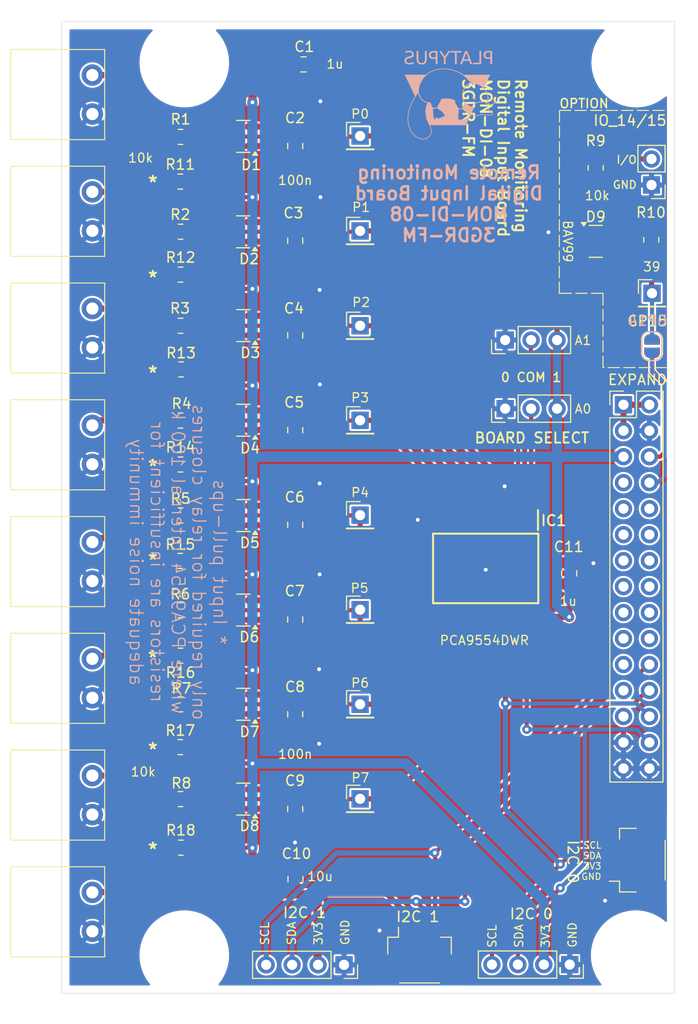
<source format=kicad_pcb>
(kicad_pcb (version 20241229) (generator "pcbnew") (generator_version "9.0")
  (layers (0 "F.Cu" signal) (2 "B.Cu" signal) (13 "F.Paste" user) (15 "B.Paste" user) (5 "F.SilkS" user "F.Silkscreen") (7 "B.SilkS" user "B.Silkscreen") (1 "F.Mask" user) (3 "B.Mask" user) (25 "Edge.Cuts" user))
  (net 0 "")
  (net 1 "GND")
  (net 2 "+3V3")
  (net 3 "/GP2")
  (net 4 "/GP16")
  (net 5 "/AN_CS0")
  (net 6 "/GP1")
  (net 7 "/GP13")
  (net 8 "/GP3")
  (net 9 "/GP0")
  (net 10 "/GP7")
  (net 11 "/GP6")
  (net 12 "/AN_CS1")
  (net 13 "/GP11")
  (net 14 "/GP14")
  (net 15 "/GP12")
  (net 16 "/GP10")
  (net 17 "/GP8")
  (net 18 "/GP9")
  (net 19 "/GP17")
  (net 20 "/GP15")
  (net 21 "/A1")
  (net 22 "/P2")
  (net 23 "/P1")
  (net 24 "/P4")
  (net 25 "/P0")
  (net 26 "/P6")
  (net 27 "/A0")
  (net 29 "/P5")
  (net 30 "/P3")
  (net 31 "Net-(D9-Pad3)")
  (net 32 "Net-(J19-Pin_1)")
  (net 33 "/P7")
  (net 34 "+5V")
  (net 35 "/IN0+")
  (net 36 "/IN4+")
  (net 37 "/IN1+")
  (net 38 "/IN5+")
  (net 39 "/IN2+")
  (net 40 "/IN6+")
  (net 41 "/IN3+")
  (net 42 "/IN7+")
  (net 43 "/IO_14{slash}15")
  (net 44 "/AN_CS3")
  (net 45 "/AN_CS2")
  (net 46 "/SDA0")
  (net 47 "/SCL0")
  (footprint "Resistor_SMD:R_0805_2012Metric_Pad1.20x1.40mm_HandSolder" (layer "F.Cu") (at 95.8088 97.8154 180)
    (property "Reference" "R15")
    (property "Value" "10k")
  )
  (footprint "Package_TO_SOT_SMD:SOT-23" (layer "F.Cu") (at 101.981 74.8132 180)
    (property "Reference" "D3")
    (property "Value" "BAV99")
  )
  (footprint "Jumper:SolderJumper-2_P1.3mm_Open_RoundedPad1.0x1.5mm" (layer "F.Cu") (at 142.0114 76.835 -90)
    (property "Reference" "JP3" (hide yes))
    (property "Value" "ENABLE" (hide yes))
  )
  (footprint "Package_TO_SOT_SMD:SOT-23" (layer "F.Cu") (at 136.4742 66.5734)
    (property "Reference" "D9")
    (property "Value" "BAV99")
  )
  (footprint "Capacitor_SMD:C_0805_2012Metric_Pad1.18x1.45mm_HandSolder" (layer "F.Cu") (at 107.061 122.0724 -90)
    (property "Reference" "C9")
    (property "Value" "100n")
  )
  (footprint "Connector_PinHeader_2.54mm:PinHeader_1x01_P2.54mm_Vertical" (layer "F.Cu") (at 113.411 121.0818)
    (property "Reference" "J16" (hide yes))
    (property "Value" "P7")
  )
  (footprint "Connector_PinHeader_2.54mm:PinHeader_1x01_P2.54mm_Vertical" (layer "F.Cu") (at 113.411 56.277332)
    (property "Reference" "J9" (hide yes))
    (property "Value" "P0")
  )
  (footprint "RP:K2EDG" (layer "F.Cu") (at 87.201 76.95837 90)
    (property "Reference" "J3" (hide yes))
    (property "Value" "IN 2" (hide yes))
  )
  (footprint "Capacitor_SMD:C_0805_2012Metric_Pad1.18x1.45mm_HandSolder" (layer "F.Cu") (at 107.0864 128.9304 90)
    (property "Reference" "C10")
    (property "Value" "10u")
  )
  (footprint "Connector_PinHeader_2.54mm:PinHeader_1x03_P2.54mm_Vertical" (layer "F.Cu") (at 127.6096 82.931 90)
    (property "Reference" "JP2" (hide yes))
    (property "Value" "A0")
  )
  (footprint "Connector_PinHeader_2.54mm:PinHeader_2x15_P2.54mm_Vertical" (layer "F.Cu") (at 139.192 82.55)
    (property "Reference" "J17" (hide yes))
    (property "Value" "EXPAND")
  )
  (footprint "Resistor_SMD:R_0805_2012Metric_Pad1.20x1.40mm_HandSolder" (layer "F.Cu") (at 95.8342 69.8246 180)
    (property "Reference" "R12")
    (property "Value" "10k")
  )
  (footprint "RP:MountingHole_3.5mm_no_fill" (layer "F.Cu") (at 140.3858 136.3726)
    (property "Reference" "H4" (hide yes))
    (property "Value" "MountingHole" (hide yes))
  )
  (footprint "Connector_PinHeader_2.54mm:PinHeader_1x01_P2.54mm_Vertical" (layer "F.Cu") (at 113.411 65.5574)
    (property "Reference" "J10" (hide yes))
    (property "Value" "P1")
  )
  (footprint "Package_TO_SOT_SMD:SOT-23" (layer "F.Cu") (at 101.981 93.3845 180)
    (property "Reference" "D5")
    (property "Value" "BAV99")
  )
  (footprint "Connector_PinHeader_2.54mm:PinHeader_1x01_P2.54mm_Vertical" (layer "F.Cu") (at 113.411 74.8284)
    (property "Reference" "J11" (hide yes))
    (property "Value" "P2")
  )
  (footprint "Resistor_SMD:R_0805_2012Metric_Pad1.20x1.40mm_HandSolder" (layer "F.Cu") (at 95.8342 93.3704 180)
    (property "Reference" "R5")
    (property "Value" "10k" (hide yes))
  )
  (footprint "Resistor_SMD:R_0805_2012Metric_Pad1.20x1.40mm_HandSolder" (layer "F.Cu") (at 95.8342 102.6414 180)
    (property "Reference" "R6")
    (property "Value" "10k" (hide yes))
  )
  (footprint "RP:K2EDG" (layer "F.Cu") (at 87.201 134.0358 90)
    (property "Reference" "J8" (hide yes))
    (property "Value" "IN 7" (hide yes))
  )
  (footprint "Resistor_SMD:R_0805_2012Metric_Pad1.20x1.40mm_HandSolder" (layer "F.Cu") (at 95.8342 88.392 180)
    (property "Reference" "R14")
    (property "Value" "10k")
  )
  (footprint "Capacitor_SMD:C_0805_2012Metric_Pad1.18x1.45mm_HandSolder" (layer "F.Cu") (at 107.061 85.031942 -90)
    (property "Reference" "C5")
    (property "Value" "100n")
  )
  (footprint "Package_TO_SOT_SMD:SOT-23" (layer "F.Cu") (at 101.9579 65.6438 180)
    (property "Reference" "D2")
    (property "Value" "BAV99")
  )
  (footprint "Capacitor_SMD:C_0805_2012Metric_Pad1.18x1.45mm_HandSolder" (layer "F.Cu") (at 133.8834 99.0346 90)
    (property "Reference" "C11")
    (property "Value" "1u")
  )
  (footprint "RP:K2EDG" (layer "F.Cu") (at 87.201 88.373855 90)
    (property "Reference" "J4" (hide yes))
    (property "Value" "IN 3" (hide yes))
  )
  (footprint "Connector_PinHeader_2.54mm:PinHeader_1x03_P2.54mm_Vertical" (layer "F.Cu") (at 127.6096 76.2254 90)
    (property "Reference" "JP1" (hide yes))
    (property "Value" "A1")
  )
  (footprint "RP:K2EDG" (layer "F.Cu") (at 87.201 54.1274 90)
    (property "Reference" "J1" (hide yes))
    (property "Value" "IN 0" (hide yes))
  )
  (footprint "Package_TO_SOT_SMD:SOT-23" (layer "F.Cu") (at 101.981 121.1072 180)
    (property "Reference" "D8")
    (property "Value" "BAV99")
  )
  (footprint "Capacitor_SMD:C_0805_2012Metric_Pad1.18x1.45mm_HandSolder" (layer "F.Cu") (at 107.061 66.511714 -90)
    (property "Reference" "C3")
    (property "Value" "100n")
  )
  (footprint "RP:JST_SH_SM04B-SRSS-TB_1x04-1MP_P1.00mm_Horizontal_wide_MP" (layer "F.Cu") (at 119.2276 136.398)
    (property "Reference" "CON2" (hide yes))
    (property "Value" "I2C 1")
  )
  (footprint "Resistor_SMD:R_0805_2012Metric_Pad1.20x1.40mm_HandSolder" (layer "F.Cu") (at 95.8088 60.7314 180)
    (property "Reference" "R11")
    (property "Value" "10k")
  )
  (footprint "RP:K2EDG" (layer "F.Cu") (at 87.201 111.204825 90)
    (property "Reference" "J6" (hide yes))
    (property "Value" "IN 5" (hide yes))
  )
  (footprint "Package_TO_SOT_SMD:SOT-23" (layer "F.Cu") (at 101.981 111.83821 180)
    (property "Reference" "D7")
    (property "Value" "BAV99")
  )
  (footprint "Resistor_SMD:R_0805_2012Metric_Pad1.20x1.40mm_HandSolder" (layer "F.Cu") (at 95.885 79.0956 180)
    (property "Reference" "R13")
    (property "Value" "10k")
  )
  (footprint "Resistor_SMD:R_0805_2012Metric_Pad1.20x1.40mm_HandSolder" (layer "F.Cu") (at 95.8596 125.857 180)
    (property "Reference" "R18")
    (property "Value" "10k")
  )
  (footprint "Resistor_SMD:R_0805_2012Metric_Pad1.20x1.40mm_HandSolder" (layer "F.Cu") (at 95.8342 84.0994 180)
    (property "Reference" "R4")
    (property "Value" "10k")
  )
  (footprint "Capacitor_SMD:C_0805_2012Metric_Pad1.18x1.45mm_HandSolder" (layer "F.Cu") (at 107.061 112.812284 -90)
    (property "Reference" "C8")
    (property "Value" "100n")
  )
  (footprint "Connector_PinSocket_2.54mm:PinSocket_1x04_P2.54mm_Vertical" (layer "F.Cu") (at 133.9342 137.287 -90)
    (property "Reference" "CON3" (hide yes))
    (property "Value" "I2C 0")
  )
  (footprint "Resistor_SMD:R_0805_2012Metric_Pad1.20x1.40mm_HandSolder" (layer "F.Cu") (at 95.8342 111.8362 180)
    (property "Reference" "R7")
    (property "Value" "10k")
  )
  (footprint "Resistor_SMD:R_0805_2012Metric_Pad1.20x1.40mm_HandSolder" (layer "F.Cu") (at 95.8342 56.3626 180)
    (property "Reference" "R1")
    (property "Value" "10k")
  )
  (footprint "Resistor_SMD:R_0805_2012Metric_Pad1.20x1.40mm_HandSolder" (layer "F.Cu") (at 95.8342 74.8284 180)
    (property "Reference" "R3")
    (property "Value" "10k")
  )
  (footprint "Connector_PinHeader_2.54mm:PinHeader_1x01_P2.54mm_Vertical" (layer "F.Cu") (at 113.411 84.074)
    (property "Reference" "J12" (hide yes))
    (property "Value" "P3")
  )
  (footprint "RP:K2EDG" (layer "F.Cu") (at 87.201 122.62031 90)
    (property "Reference" "J7" (hide yes))
    (property "Value" "IN 6" (hide yes))
  )
  (footprint "Connector_PinSocket_2.54mm:PinSocket_1x04_P2.54mm_Vertical" (layer "F.Cu") (at 111.8362 137.3124 -90)
    (property "Reference" "CON1" (hide yes))
    (property "Value" "I2C 1")
  )
  (footprint "Package_TO_SOT_SMD:SOT-23" (layer "F.Cu") (at 101.981 102.6262 180)
    (property "Reference" "D6")
    (property "Value" "BAV99")
  )
  (footprint "Connector_PinHeader_2.54mm:PinHeader_1x01_P2.54mm_Vertical" (layer "F.Cu") (at 141.986 71.6534)
    (property "Reference" "J19" (hide yes))
    (property "Value" "GP15")
  )
  (footprint "RP:MountingHole_3.5mm_no_fill" (layer "F.Cu") (at 140.4366 49.0926)
    (property "Reference" "H3" (hide yes))
    (property "Value" "MountingHole" (hide yes))
  )
  (footprint "Connector_PinHeader_2.54mm:PinHeader_1x01_P2.54mm_Vertical" (layer "F.Cu") (at 113.411 102.5906)
    (property "Reference" "J14" (hide yes))
    (property "Value" "P5")
  )
  (footprint "Connector_PinHeader_2.54mm:PinHeader_1x01_P2.54mm_Vertical" (layer "F.Cu") (at 113.411 111.8362)
    (property "Reference" "J15" (hide yes))
    (property "Value" "P6")
  )
  (footprint "Resistor_SMD:R_0805_2012Metric_Pad1.20x1.40mm_HandSolder" (layer "F.Cu") (at 95.8342 121.1072 180)
    (property "Reference" "R8")
    (property "Value" "10k")
  )
  (footprint "Resistor_SMD:R_0805_2012Metric_Pad1.20x1.40mm_HandSolder" (layer "F.Cu") (at 141.9098 66.421 90)
    (property "Reference" "R10")
    (property "Value" "39")
  )
  (footprint "Resistor_SMD:R_0805_2012Metric_Pad1.20x1.40mm_HandSolder" (layer "F.Cu") (at 95.8088 116.0272 180)
    (property "Reference" "R17")
    (property "Value" "10k")
  )
  (footprint "RP:K2EDG" (layer "F.Cu") (at 87.201 65.542885 90)
    (property "Reference" "J2" (hide yes))
    (property "Value" "IN 1" (hide yes))
  )
  (footprint "Connector_PinHeader_2.54mm:PinHeader_1x02_P2.54mm_Vertical" (layer "F.Cu") (at 141.9352 61.0616 180)
    (property "Reference" "J18" (hide yes))
    (property "Value" "IO_14/15")
  )
  (footprint "Capacitor_SMD:C_0805_2012Metric_Pad1.18x1.45mm_HandSolder" (layer "F.Cu") (at 107.061 75.771828 -90)
    (property "Reference" "C4")
    (property "Value" "100n")
  )
  (footprint "Package_TO_SOT_SMD:SOT-23" (layer "F.Cu") (at 101.981 84.0638 180)
    (property "Reference" "D4")
    (property "Value" "BAV99")
  )
  (footprint "Resistor_SMD:R_0805_2012Metric_Pad1.20x1.40mm_HandSolder" (layer "F.Cu") (at 136.4742 59.3852 90)
    (property "Reference" "R9")
    (property "Value" "10k")
  )
  (footprint "Resistor_SMD:R_0805_2012Metric_Pad1.20x1.40mm_HandSolder" (layer "F.Cu") (at 95.8342 107.0864 180)
    (property "Reference" "R16")
    (property "Value" "10k")
  )
  (footprint "Capacitor_SMD:C_0805_2012Metric_Pad1.18x1.45mm_HandSolder" (layer "F.Cu") (at 107.061 57.2516 -90)
    (property "Reference" "C2")
    (property "Value" "100n")
  )
  (footprint "RP:MountingHole_3.5mm_no_fill" (layer "F.Cu") (at 96.201 49.0926)
    (property "Reference" "H1" (hide yes))
    (property "Value" "MountingHole" (hide yes))
  )
  (footprint "RP:MountingHole_3.5mm_no_fill" (layer "F.Cu") (at 96.201 136.3726)
    (property "Reference" "H2" (hide yes))
    (property "Value" "MountingHole" (hide yes))
  )
  (footprint "Capacitor_SMD:C_0805_2012Metric_Pad1.18x1.45mm_HandSolder" (layer "F.Cu") (at 107.8738 49.276)
    (property "Reference" "C1")
    (property "Value" "1u")
  )
  (footprint "Resistor_SMD:R_0805_2012Metric_Pad1.20x1.40mm_HandSolder" (layer "F.Cu") (at 95.8342 65.6336 180)
    (property "Reference" "R2")
    (property "Value" "10k")
  )
  (footprint "RP:JST_SH_SM04B-SRSS-TB_1x04-1MP_P1.00mm_Horizontal_wide_MP" (layer "F.Cu") (at 140.589 127.0762 90)
    (property "Reference" "CON4" (hide yes))
    (property "Value" "QWIIC" (hide yes))
  )
  (footprint "Connector_PinHeader_2.54mm:PinHeader_1x01_P2.54mm_Vertical" (layer "F.Cu") (at 113.411 93.345)
    (property "Reference" "J13" (hide yes))
    (property "Value" "P4")
  )
  (footprint "Package_TO_SOT_SMD:SOT-23" (layer "F.Cu") (at 101.9787 56.3118 180)
    (property "Reference" "D1")
    (property "Value" "BAV99")
  )
  (footprint "Capacitor_SMD:C_0805_2012Metric_Pad1.18x1.45mm_HandSolder" (layer "F.Cu") (at 107.061 94.292056 -90)
    (property "Reference" "C6")
    (property "Value" "100n")
  )
  (footprint "SamacSys_Parts:SOIC127P1030X265-16N" (layer "F.Cu") (at 125.7046 98.552 -90)
    (property "Reference" "IC1")
    (property "Value" "PCA9554DWR")
  )
  (footprint "RP:K2EDG" (layer "F.Cu") (at 87.201 99.78934 90)
    (property "Reference" "J5" (hide yes))
    (property "Value" "IN 4" (hide yes))
  )
  (footprint "Capacitor_SMD:C_0805_2012Metric_Pad1.18x1.45mm_HandSolder" (layer "F.Cu") (at 107.061 103.55217 -90)
    (property "Reference" "C7")
    (property "Value" "100n")
  )
  (footprint "Jumper:SolderJumper-2_P1.3mm_Open_RoundedPad1.0x1.5mm" (layer "B.Cu") (at 141.9606 76.8096 -90)
    (property "Reference" "JP4" (hide yes))
    (property "Value" "ENABLE" (hide yes))
  )
  (gr_line (start 132.9182 53.7718) (end 143.3576 53.7718) (stroke (width 0.1016) (type dash)) (layer "F.SilkS"))
  (gr_line (start 132.9055 71.6661) (end 132.9309 53.4035) (stroke (width 0.1016) (type dash)) (layer "F.SilkS"))
  (gr_line (start 143.3703 78.9178) (end 137.1981 78.9178) (stroke (width 0.1016) (type dash)) (layer "F.SilkS"))
  (gr_line (start 137.1854 78.9178) (end 137.1854 71.6534) (stroke (width 0.1016) (type dash)) (layer "F.SilkS"))
  (gr_line (start 137.16 71.6534) (end 132.9182 71.6534) (stroke (width 0.1016) (type dash)) (layer "F.SilkS"))
  (gr_poly (pts (xy 121.59208 49.704406) (xy 121.717985 49.710705) (xy 121.849724 49.722148) (xy 121.98633 49.738883) (xy 122.126836 49.761062) (xy 122.270273 49.788835) (xy 122.415675 49.82235) (xy 122.562073 49.86176) (xy 122.708501 49.907213) (xy 122.853991 49.95886) (xy 122.997575 50.016851) (xy 123.138286 50.081335) (xy 123.275156 50.152464) (xy 123.331316 50.184737) (xy 123.384523 50.217334) (xy 123.434962 50.250213) (xy 123.482818 50.283334) (xy 123.57152 50.350133) (xy 123.652104 50.417397) (xy 123.726048 50.484792) (xy 123.794828 50.551986) (xy 123.922805 50.684438) (xy 123.984956 50.74903) (xy 124.047851 50.812087) (xy 124.112966 50.873278) (xy 124.181779 50.932269) (xy 124.255767 50.988727) (xy 124.295163 51.015902) (xy 124.336406 51.042319) (xy 124.379681 51.067935) (xy 124.425173 51.092711) (xy 124.473067 51.116603) (xy 124.523546 51.139571) (xy 124.468025 51.13243) (xy 124.414039 51.12872) (xy 124.361585 51.128295) (xy 124.31066 51.131014) (xy 124.261259 51.136733) (xy 124.213379 51.145308) (xy 124.167016 51.156597) (xy 124.122166 51.170456) (xy 124.078827 51.186742) (xy 124.036994 51.205312) (xy 123.996663 51.226022) (xy 123.957831 51.24873) (xy 123.920494 51.273292) (xy 123.884649 51.299564) (xy 123.850291 51.327405) (xy 123.817418 51.35667) (xy 123.75611 51.4189) (xy 123.700694 51.485109) (xy 123.651142 51.554152) (xy 123.607425 51.624882) (xy 123.569512 51.696154) (xy 123.537374 51.766822) (xy 123.510983 51.83574) (xy 123.490309 51.901762) (xy 123.471965 51.971333) (xy 123.456491 52.04131) (xy 123.444117 52.111632) (xy 123.435074 52.182235) (xy 123.429593 52.253058) (xy 123.427906 52.324039) (xy 123.430242 52.395114) (xy 123.436833 52.466223) (xy 123.44791 52.537302) (xy 123.463703 52.60829) (xy 123.484443 52.679124) (xy 123.510362 52.749741) (xy 123.541691 52.820081) (xy 123.578659 52.89008) (xy 123.621498 52.959676) (xy 123.670439 53.028807) (xy 123.652771 53.068346) (xy 123.634641 53.104869) (xy 123.616292 53.138932) (xy 123.597964 53.171092) (xy 123.562343 53.231927) (xy 123.545533 53.261715) (xy 123.529712 53.291825) (xy 123.515123 53.322814) (xy 123.502007 53.355238) (xy 123.496077 53.372161) (xy 123.490606 53.389653) (xy 123.485624 53.407781) (xy 123.481162 53.426616) (xy 123.47725 53.446226) (xy 123.473917 53.466683) (xy 123.471195 53.488054) (xy 123.469113 53.510411) (xy 123.467701 53.533821) (xy 123.466991 53.558356) (xy 123.467011 53.584084) (xy 123.467793 53.611074) (xy 123.407056 53.616993) (xy 123.352476 53.621387) (xy 123.301297 53.623907) (xy 123.276121 53.624354) (xy 123.250762 53.6242) (xy 123.224876 53.623401) (xy 123.198117 53.621914) (xy 123.170142 53.619695) (xy 123.140605 53.616699) (xy 123.109163 53.612883) (xy 123.075471 53.608203) (xy 122.999958 53.596075) (xy 122.990419 53.568801) (xy 122.980139 53.542233) (xy 122.957623 53.490989) (xy 122.932937 53.441899) (xy 122.90661 53.394514) (xy 122.879168 53.348389) (xy 122.85114 53.303076) (xy 122.795437 53.213103) (xy 122.768816 53.167549) (xy 122.74372 53.121022) (xy 122.720677 53.073074) (xy 122.700213 53.023259) (xy 122.691114 52.997512) (xy 122.682857 52.971131) (xy 122.675509 52.94406) (xy 122.669137 52.916243) (xy 122.663804 52.887624) (xy 122.659579 52.858148) (xy 122.656527 52.827759) (xy 122.654713 52.7964) (xy 122.612099 52.777623) (xy 122.558311 52.758177) (xy 122.494665 52.738562) (xy 122.422476 52.71928) (xy 122.343061 52.700834) (xy 122.257734 52.683723) (xy 122.167812 52.66845) (xy 122.07461 52.655517) (xy 121.979444 52.645424) (xy 121.883629 52.638673) (xy 121.788481 52.635766) (xy 121.695316 52.637205) (xy 121.605449 52.64349) (xy 121.520195 52.655123) (xy 121.440871 52.672606) (xy 121.403844 52.683698) (xy 121.368793 52.69644) (xy 121.368795 52.696447) (xy 121.346224 52.768576) (xy 121.320279 52.837012) (xy 121.291687 52.901925) (xy 121.261179 52.963489) (xy 121.229484 53.021876) (xy 121.197331 53.077257) (xy 121.134566 53.179691) (xy 121.078721 53.272168) (xy 121.055216 53.315103) (xy 121.035629 53.356065) (xy 121.020688 53.395225) (xy 121.015188 53.414184) (xy 121.011124 53.432757) (xy 121.008585 53.450966) (xy 121.007665 53.468832) (xy 121.008452 53.486377) (xy 121.01104 53.503622) (xy 120.909093 53.53158) (xy 120.855363 53.54509) (xy 120.827143 53.551215) (xy 120.797764 53.556725) (xy 120.767036 53.561474) (xy 120.734769 53.565315) (xy 120.700773 53.568101) (xy 120.664856 53.569687) (xy 120.626829 53.569925) (xy 120.5865 53.56867) (xy 120.543679 53.565775) (xy 120.498175 53.561094) (xy 120.496891 53.549098) (xy 120.494498 53.536551) (xy 120.491073 53.523472) (xy 120.486694 53.50988) (xy 120.475386 53.48124) (xy 120.461198 53.450788) (xy 120.444752 53.418682) (xy 120.426671 53.385078) (xy 120.388098 53.314008) (xy 120.368852 53.276856) (xy 120.350463 53.238837) (xy 120.333555 53.200108) (xy 120.31875 53.160826) (xy 120.312332 53.141027) (xy 120.306672 53.121148) (xy 120.30185 53.101211) (xy 120.297944 53.081233) (xy 120.29503 53.061235) (xy 120.293188 53.041237) (xy 120.292494 53.021258) (xy 120.293027 53.001318) (xy 120.25565 53.005938) (xy 120.220227 53.009464) (xy 120.186423 53.011855) (xy 120.153905 53.013072) (xy 120.122341 53.013073) (xy 120.091395 53.011818) (xy 120.060735 53.009268) (xy 120.030028 53.005381) (xy 119.998939 53.000119) (xy 119.967136 52.993439) (xy 119.934285 52.985302) (xy 119.900052 52.975668) (xy 119.864104 52.964497) (xy 119.826108 52.951748) (xy 119.785729 52.93738) (xy 119.742635 52.921354) (xy 119.712312 52.908292) (xy 119.681471 52.892587) (xy 119.650239 52.874317) (xy 119.618743 52.853565) (xy 119.587109 52.830409) (xy 119.555465 52.804931) (xy 119.523937 52.777209) (xy 119.492652 52.747324) (xy 119.461738 52.715356) (xy 119.43132 52.681385) (xy 119.401527 52.645492) (xy 119.372484 52.607756) (xy 119.344319 52.568257) (xy 119.317158 52.527076) (xy 119.291129 52.484292) (xy 119.266358 52.439986) (xy 119.242973 52.394238) (xy 119.2211 52.347127) (xy 119.200865 52.298735) (xy 119.182397 52.24914) (xy 119.165822 52.198423) (xy 119.151266 52.146665) (xy 119.138857 52.093944) (xy 119.128721 52.040342) (xy 119.120986 51.985938) (xy 119.115778 51.930813) (xy 119.113224 51.875046) (xy 119.113452 51.818718) (xy 119.116587 51.761908) (xy 119.122757 51.704697) (xy 119.132089 51.647165) (xy 119.14471 51.589392) (xy 119.180989 51.454985) (xy 119.224796 51.316903) (xy 119.277091 51.176449) (xy 119.338833 51.034926) (xy 119.410983 50.893637) (xy 119.4945 50.753886) (xy 119.590346 50.616976) (xy 119.643192 50.549993) (xy 119.69948 50.484209) (xy 119.759331 50.419787) (xy 119.822863 50.35689) (xy 119.890198 50.29568) (xy 119.961454 50.236321) (xy 120.036753 50.178975) (xy 120.116214 50.123805) (xy 120.199958 50.070974) (xy 120.288103 50.020645) (xy 120.380771 49.972982) (xy 120.478081 49.928146) (xy 120.580154 49.886301) (xy 120.687108 49.847609) (xy 120.799066 49.812234) (xy 120.916145 49.780338) (xy 121.038467 49.752085) (xy 121.166151 49.727637) (xy 121.259044 49.714865) (xy 121.361642 49.706636) (xy 121.472976 49.703099)) (stroke (width 0.066145) (color 0 255 0 1)) (fill no) (layer "B.SilkS"))
  (gr_poly (pts (xy 121.014379 53.520016) (xy 121.023439 53.533611) (xy 121.043582 53.559962) (xy 121.066218 53.585318) (xy 121.091097 53.609824) (xy 121.117969 53.633628) (xy 121.146586 53.656875) (xy 121.176698 53.679712) (xy 121.208056 53.702286) (xy 121.340963 53.792873) (xy 121.408414 53.840393) (xy 121.441517 53.865222) (xy 121.473871 53.890959) (xy 121.489401 53.904408) (xy 121.504553 53.918925) (xy 121.519319 53.934423) (xy 121.533689 53.950812) (xy 121.561197 53.985914) (xy 121.586997 54.023522) (xy 121.611009 54.062932) (xy 121.633152 54.103437) (xy 121.653345 54.14433) (xy 121.671508 54.184904) (xy 121.687561 54.224453) (xy 121.701422 54.262271) (xy 121.713011 54.297651) (xy 121.722247 54.329886) (xy 121.729051 54.35827) (xy 121.733341 54.382097) (xy 121.735036 54.40066) (xy 121.734886 54.407746) (xy 121.734057 54.413252) (xy 121.731884 54.41752) (xy 121.729136 54.420987) (xy 121.725838 54.423697) (xy 121.722017 54.425698) (xy 121.717697 54.427036) (xy 121.712904 54.427758) (xy 121.707664 54.427911) (xy 121.702002 54.427542) (xy 121.689518 54.425422) (xy 121.675655 54.421771) (xy 121.66062 54.416964) (xy 121.644618 54.411374) (xy 121.610531 54.399337) (xy 121.592857 54.393637) (xy 121.575037 54.388647) (xy 121.557275 54.384741) (xy 121.539778 54.382293) (xy 121.531192 54.381732) (xy 121.522749 54.381675) (xy 121.514475 54.382169) (xy 121.506395 54.383261) (xy 121.498774 54.385338) (xy 121.491841 54.388256) (xy 121.485563 54.391959) (xy 121.479911 54.396395) (xy 121.474852 54.40151) (xy 121.470355 54.407251) (xy 121.46639 54.413563) (xy 121.462925 54.420394) (xy 121.459929 54.42769) (xy 121.457371 54.435398) (xy 121.45522 54.443463) (xy 121.453445 54.451832) (xy 121.450896 54.469269) (xy 121.449476 54.487282) (xy 121.448935 54.50544) (xy 121.449025 54.523317) (xy 121.4501 54.556512) (xy 121.450707 54.58344) (xy 121.450212 54.593484) (xy 121.448852 54.600675) (xy 121.446375 54.602325) (xy 121.443639 54.603093) (xy 121.440649 54.603035) (xy 121.437408 54.602208) (xy 121.433922 54.600667) (xy 121.430195 54.598468) (xy 121.422036 54.59232) (xy 121.412968 54.584209) (xy 121.403028 54.574583) (xy 121.380678 54.552571) (xy 121.368342 54.541078) (xy 121.35528 54.529856) (xy 121.341529 54.519352) (xy 121.334406 54.514508) (xy 121.327125 54.510011) (xy 121.31969 54.505917) (xy 121.312106 54.502282) (xy 121.304377 54.49916) (xy 121.296508 54.496609) (xy 121.288503 54.494684) (xy 121.280368 54.493441) (xy 121.272106 54.492935) (xy 121.263722 54.493223) (xy 121.255297 54.494598) (xy 121.247365 54.496812) (xy 121.239905 54.49981) (xy 121.232899 54.503538) (xy 121.226324 54.507941) (xy 121.220162 54.512965) (xy 121.214392 54.518555) (xy 121.208995 54.524657) (xy 121.203949 54.531217) (xy 121.199234 54.53818) (xy 121.194831 54.545492) (xy 121.19072 54.553098) (xy 121.18329 54.568974) (xy 121.176784 54.585374) (xy 121.17104 54.601861) (xy 121.165898 54.618001) (xy 121.15677 54.647496) (xy 121.152463 54.65998) (xy 121.148112 54.670374) (xy 121.145869 54.674651) (xy 121.143555 54.678242) (xy 121.141149 54.681093) (xy 121.138632 54.683149) (xy 121.135018 54.684967) (xy 121.13121 54.685332) (xy 121.127204 54.684345) (xy 121.122996 54.682105) (xy 121.118583 54.678711) (xy 121.113961 54.674265) (xy 121.104076 54.66261) (xy 121.055447 54.59381) (xy 121.040872 54.575054) (xy 121.02527 54.557272) (xy 121.017075 54.548995) (xy 121.008612 54.541261) (xy 120.999879 54.53417) (xy 120.99087 54.52782) (xy 120.981583 54.522313) (xy 120.972014 54.517747) (xy 120.962159 54.514223) (xy 120.952014 54.51184) (xy 120.941577 54.510698) (xy 120.930842 54.510896) (xy 120.919807 54.512535) (xy 120.908468 54.515714) (xy 120.897499 54.520097) (xy 120.887095 54.525237) (xy 120.877233 54.531074) (xy 120.867892 54.537546) (xy 120.859049 54.544591) (xy 120.850683 54.552146) (xy 120.842771 54.560152) (xy 120.835291 54.568544) (xy 120.828222 54.577263) (xy 120.821541 54.586246) (xy 120.809257 54.604756) (xy 120.798262 54.623581) (xy 120.788382 54.642227) (xy 120.771261 54.677004) (xy 120.763667 54.692146) (xy 120.756485 54.705132) (xy 120.752992 54.710662) (xy 120.749536 54.715468) (xy 120.746095 54.719487) (xy 120.742647 54.722659) (xy 120.739169 54.72492) (xy 120.73564 54.726211) (xy 120.732038 54.726468) (xy 120.72834 54.72563) (xy 120.708167 54.714834) (xy 120.689363 54.699945) (xy 120.671873 54.681204) (xy 120.655644 54.658853) (xy 120.640623 54.633132) (xy 120.626756 54.604283) (xy 120.60227 54.538163) (xy 120.581757 54.462424) (xy 120.564787 54.378994) (xy 120.550933 54.289802) (xy 120.539765 54.196777) (xy 120.523773 54.006947) (xy 120.51338 53.824935) (xy 120.505157 53.666176) (xy 120.495673 53.546102) (xy 120.532956 53.548563) (xy 120.569728 53.550329) (xy 120.605943 53.551406) (xy 120.641557 53.551802) (xy 120.676525 53.551525) (xy 120.710805 53.550582) (xy 120.744352 53.54898) (xy 120.777122 53.546726) (xy 120.809072 53.543828) (xy 120.840156 53.540293) (xy 120.870331 53.536129) (xy 120.899554 53.531342) (xy 120.92778 53.52594) (xy 120.954965 53.51993) (xy 120.981065 53.51332) (xy 121.006036 53.506117)) (stroke (width 0.066145) (color 0 255 0 1)) (fill no) (layer "B.SilkS"))
  (gr_poly (pts (xy 120.495673 53.546102) (xy 120.495671 53.546102) (xy 120.495673 53.546102)) (stroke (width 0.066145) (color 0 255 0 1)) (fill no) (layer "B.SilkS"))
  (gr_poly (pts (xy 121.890619 52.636623) (xy 121.986427 52.643376) (xy 122.081585 52.653472) (xy 122.17478 52.666408) (xy 122.264695 52.681684) (xy 122.350014 52.698797) (xy 122.429423 52.717246) (xy 122.501607 52.73653) (xy 122.565249 52.756146) (xy 122.619034 52.775594) (xy 122.661647 52.794371) (xy 122.663461 52.82573) (xy 122.666514 52.856119) (xy 122.670741 52.885594) (xy 122.676074 52.914211) (xy 122.682449 52.942026) (xy 122.689799 52.969095) (xy 122.698058 52.995473) (xy 122.70716 53.021216) (xy 122.72763 53.071023) (xy 122.75068 53.118962) (xy 122.775783 53.16548) (xy 122.802411 53.211023) (xy 122.85813 53.300976) (xy 122.886164 53.346279) (xy 122.913611 53.392396) (xy 122.939943 53.439773) (xy 122.964632 53.488858) (xy 122.98715 53.540098) (xy 122.99743 53.566665) (xy 123.006969 53.593939) (xy 123.007775 53.594103) (xy 123.008517 53.594233) (xy 123.009214 53.59434) (xy 123.009889 53.594436) (xy 123.010563 53.594531) (xy 123.011256 53.594639) (xy 123.011991 53.594771) (xy 123.012787 53.594938) (xy 123.020055 53.639471) (xy 123.025011 53.685146) (xy 123.027901 53.731702) (xy 123.02897 53.77888) (xy 123.028466 53.826419) (xy 123.026633 53.874059) (xy 123.019968 53.968602) (xy 123.00153 54.147451) (xy 122.993694 54.227593) (xy 122.990983 54.264433) (xy 122.989405 54.298773) (xy 122.989452 54.332876) (xy 122.990483 54.369185) (xy 122.992424 54.407091) (xy 122.995203 54.445986) (xy 122.998745 54.485263) (xy 123.002976 54.524313) (xy 123.007824 54.562528) (xy 123.013214 54.599302) (xy 123.019074 54.634026) (xy 123.025329 54.666092) (xy 123.031906 54.694892) (xy 123.038731 54.719819) (xy 123.045731 54.740265) (xy 123.052832 54.755622) (xy 123.056397 54.761202) (xy 123.059961 54.765282) (xy 123.063512 54.767785) (xy 123.067043 54.768637) (xy 123.071444 54.769443) (xy 123.075744 54.769551) (xy 123.07996 54.769008) (xy 123.084109 54.767863) (xy 123.088209 54.766163) (xy 123.092276 54.763957) (xy 123.096326 54.761292) (xy 123.100378 54.758217) (xy 123.108554 54.751029) (xy 123.116937 54.742775) (xy 123.134871 54.72461) (xy 123.144694 54.715467) (xy 123.149879 54.711049) (xy 123.155268 54.706797) (xy 123.16088 54.702759) (xy 123.16673 54.698983) (xy 123.172836 54.695517) (xy 123.179214 54.692409) (xy 123.185883 54.689708) (xy 123.192858 54.687461) (xy 123.200156 54.685716) (xy 123.207796 54.684522) (xy 123.215793 54.683926) (xy 123.224164 54.683976) (xy 123.232927 54.684721) (xy 123.242099 54.686209) (xy 123.251592 54.688349) (xy 123.260848 54.690998) (xy 123.269875 54.694124) (xy 123.278685 54.697695) (xy 123.287288 54.701677) (xy 123.295695 54.706039) (xy 123.303916 54.710747) (xy 123.311961 54.71577) (xy 123.319842 54.721075) (xy 123.327569 54.726629) (xy 123.342601 54.738355) (xy 123.357142 54.750689) (xy 123.371277 54.76337) (xy 123.398663 54.788737) (xy 123.412082 54.800902) (xy 123.425431 54.812375) (xy 123.438795 54.822897) (xy 123.445508 54.827719) (xy 123.452256 54.832207) (xy 123.45905 54.836326) (xy 123.4659 54.840045) (xy 123.472817 54.843331) (xy 123.479811 54.846151) (xy 123.486072 54.844981) (xy 123.491753 54.842915) (xy 123.496905 54.840008) (xy 123.50158 54.836316) (xy 123.505828 54.831895) (xy 123.509699 54.826801) (xy 123.513245 54.82109) (xy 123.516517 54.814818) (xy 123.52244 54.800812) (xy 123.527876 54.785232) (xy 123.538912 54.751135) (xy 123.545326 54.733511) (xy 123.55288 54.7161) (xy 123.557211 54.707614) (xy 123.56198 54.699349) (xy 123.567238 54.69136) (xy 123.573034 54.683704) (xy 123.579421 54.676436) (xy 123.586448 54.669612) (xy 123.594167 54.663288) (xy 123.602629 54.657521) (xy 123.611885 54.652365) (xy 123.621984 54.647877) (xy 123.632979 54.644112) (xy 123.64492 54.641126) (xy 123.651576 54.640327) (xy 123.658851 54.64024) (xy 123.666702 54.640814) (xy 123.675089 54.642) (xy 123.693307 54.646008) (xy 123.713174 54.651864) (xy 123.73436 54.659171) (xy 123.756535 54.667528) (xy 123.802535 54.685798) (xy 123.848534 54.703481) (xy 123.870709 54.711105) (xy 123.891894 54.717386) (xy 123.91176 54.721924) (xy 123.921095 54.723414) (xy 123.929976 54.72432) (xy 123.938363 54.72459) (xy 123.946214 54.724175) (xy 123.953488 54.723025) (xy 123.960143 54.72109) (xy 123.963496 54.719344) (xy 123.966091 54.716932) (xy 123.967991 54.713875) (xy 123.969259 54.710194) (xy 123.969959 54.705912) (xy 123.970154 54.701049) (xy 123.969281 54.689667) (xy 123.958232 54.62522) (xy 123.956111 54.605238) (xy 123.955258 54.58405) (xy 123.956179 54.561831) (xy 123.957463 54.550387) (xy 123.95938 54.53875) (xy 123.961994 54.526941) (xy 123.965367 54.514981) (xy 123.969564 54.502892) (xy 123.974647 54.490695) (xy 123.980679 54.478412) (xy 123.987724 54.466064) (xy 123.995846 54.453672) (xy 124.005106 54.441259) (xy 124.008494 54.437302) (xy 124.011947 54.433561) (xy 124.015462 54.430031) (xy 124.019036 54.426705) (xy 124.022665 54.423579) (xy 124.026347 54.420645) (xy 124.033857 54.415334) (xy 124.041541 54.410725) (xy 124.049375 54.406771) (xy 124.057333 54.403426) (xy 124.065393 54.400641) (xy 124.073528 54.398371) (xy 124.081715 54.396568) (xy 124.089929 54.395186) (xy 124.098146 54.394178) (xy 124.106341 54.393496) (xy 124.11449 54.393094) (xy 124.122569 54.392925) (xy 124.130552 54.392942) (xy 124.034043 54.593183) (xy 123.743233 55.190306) (xy 120.212363 55.191442) (xy 120.109182 54.995713) (xy 120.057309 54.889029) (xy 120.031932 54.831918) (xy 120.007168 54.771697) (xy 119.983197 54.70792) (xy 119.960199 54.64014) (xy 119.938354 54.567909) (xy 119.917842 54.490782) (xy 119.898842 54.40831) (xy 119.881536 54.320046) (xy 119.866102 54.225544) (xy 119.852721 54.124357) (xy 119.847528 54.072029) (xy 119.844173 54.019793) (xy 119.842546 53.967752) (xy 119.842536 53.916008) (xy 119.844034 53.864665) (xy 119.84693 53.813825) (xy 119.851115 53.763592) (xy 119.85648 53.714068) (xy 119.870307 53.61756) (xy 119.887535 53.525125) (xy 119.907286 53.437585) (xy 119.928682 53.355764) (xy 119.950847 53.280486) (xy 119.972904 53.212573) (xy 119.993973 53.15285) (xy 120.01318 53.102139) (xy 120.042492 53.031048) (xy 120.053823 53.005888) (xy 120.083363 53.009408) (xy 120.112081 53.011524) (xy 120.140565 53.012318) (xy 120.169403 53.011869) (xy 120.199181 53.010259) (xy 120.230488 53.007568) (xy 120.26391 53.003877) (xy 120.300036 52.999265) (xy 120.299496 53.018706) (xy 120.300117 53.03818) (xy 120.301827 53.057671) (xy 120.304555 53.077158) (xy 120.308228 53.096626) (xy 120.312775 53.116055) (xy 120.318124 53.135428) (xy 120.324204 53.154727) (xy 120.338269 53.19303) (xy 120.354395 53.23082) (xy 120.372009 53.267953) (xy 120.390538 53.304286) (xy 120.462329 53.438728) (xy 120.476827 53.468897) (xy 120.488798 53.497402) (xy 120.497669 53.524098) (xy 120.500762 53.536723) (xy 120.502865 53.548841) (xy 120.512219 53.669817) (xy 120.520433 53.828585) (xy 120.530892 54.009945) (xy 120.54698 54.198696) (xy 120.558191 54.291092) (xy 120.572078 54.379635) (xy 120.589064 54.462425) (xy 120.609571 54.537561) (xy 120.621278 54.571666) (xy 120.634024 54.603144) (xy 120.647861 54.631759) (xy 120.662843 54.657273) (xy 120.679023 54.679449) (xy 120.696454 54.698049) (xy 120.715187 54.712835) (xy 120.735277 54.72357) (xy 120.738975 54.724408) (xy 120.742578 54.724151) (xy 120.746108 54.72286) (xy 120.749587 54.720598) (xy 120.753038 54.717426) (xy 120.756481 54.713406) (xy 120.763436 54.703069) (xy 120.770625 54.690081) (xy 120.778227 54.674936) (xy 120.795366 54.640156) (xy 120.805255 54.621508) (xy 120.816257 54.60268) (xy 120.828549 54.584168) (xy 120.835234 54.575185) (xy 120.842306 54.566465) (xy 120.849789 54.558072) (xy 120.857704 54.550066) (xy 120.866073 54.542509) (xy 120.874918 54.535464) (xy 120.884261 54.528992) (xy 120.894124 54.523155) (xy 120.904529 54.518014) (xy 120.915497 54.513632) (xy 120.926836 54.510452) (xy 120.937871 54.508813) (xy 120.948604 54.508615) (xy 120.959041 54.509757) (xy 120.969184 54.51214) (xy 120.979037 54.515664) (xy 120.988604 54.52023) (xy 120.997888 54.525737) (xy 121.006894 54.532087) (xy 121.015625 54.539178) (xy 121.024084 54.546912) (xy 121.032276 54.555189) (xy 121.047871 54.572971) (xy 121.06244 54.591727) (xy 121.111044 54.660528) (xy 121.120924 54.672182) (xy 121.125544 54.676629) (xy 121.129956 54.680022) (xy 121.134162 54.682262) (xy 121.138167 54.683249) (xy 121.141975 54.682884) (xy 121.145589 54.681066) (xy 121.148106 54.679011) (xy 121.150511 54.676161) (xy 121.152825 54.67257) (xy 121.155067 54.668294) (xy 121.159416 54.657902) (xy 121.163721 54.64542) (xy 121.172844 54.615929) (xy 121.177984 54.599791) (xy 121.183724 54.583305) (xy 121.190227 54.566907) (xy 121.197654 54.551032) (xy 121.201764 54.543427) (xy 121.206166 54.536117) (xy 121.210879 54.529154) (xy 121.215924 54.522595) (xy 121.22132 54.516493) (xy 121.227089 54.510903) (xy 121.23325 54.50588) (xy 121.239823 54.501477) (xy 121.246829 54.49775) (xy 121.254288 54.494752) (xy 121.26222 54.492538) (xy 121.270644 54.491163) (xy 121.279028 54.490875) (xy 121.28729 54.491381) (xy 121.295426 54.492625) (xy 121.30343 54.494551) (xy 121.311299 54.497103) (xy 121.319028 54.500225) (xy 121.326613 54.503862) (xy 121.334047 54.507957) (xy 121.341328 54.512455) (xy 121.348451 54.5173) (xy 121.35541 54.522437) (xy 121.362202 54.527808) (xy 121.375265 54.539033) (xy 121.387601 54.550529) (xy 121.409951 54.572548) (xy 121.419891 54.582176) (xy 121.428959 54.590289) (xy 121.433154 54.593637) (xy 121.437118 54.596439) (xy 121.440845 54.598638) (xy 121.444331 54.60018) (xy 121.447571 54.601007) (xy 121.450562 54.601064) (xy 121.453297 54.600296) (xy 121.455774 54.598646) (xy 121.456578 54.595433) (xy 121.457135 54.591454) (xy 121.457633 54.58141) (xy 121.457035 54.554481) (xy 121.455973 54.521285) (xy 121.45589 54.503407) (xy 121.456437 54.485247) (xy 121.457864 54.467234) (xy 121.46042 54.449796) (xy 121.462198 54.441426) (xy 121.464353 54.43336) (xy 121.466913 54.425652) (xy 121.469912 54.418355) (xy 121.473379 54.411524) (xy 121.477347 54.40521) (xy 121.481845 54.399469) (xy 121.486906 54.394353) (xy 121.49256 54.389917) (xy 121.498838 54.386212) (xy 121.505772 54.383294) (xy 121.513393 54.381216) (xy 121.521473 54.380125) (xy 121.529747 54.379631) (xy 121.538189 54.379688) (xy 121.546774 54.38025) (xy 121.555477 54.381268) (xy 121.564271 54.382698) (xy 121.573131 54.384492) (xy 121.582031 54.386603) (xy 121.599849 54.391592) (xy 121.617521 54.397291) (xy 121.651604 54.409324) (xy 121.667604 54.414913) (xy 121.682637 54.419718) (xy 121.696497 54.423367) (xy 121.702924 54.424641) (xy 121.70898 54.425485) (xy 121.714641 54.425854) (xy 121.71988 54.4257) (xy 121.724672 54.424977) (xy 121.728992 54.423639) (xy 121.732813 54.421637) (xy 121.73611 54.418927) (xy 121.738858 54.415461) (xy 121.74103 54.411192) (xy 121.742009 54.398599) (xy 121.740314 54.380036) (xy 121.736024 54.356208) (xy 121.72922 54.327822) (xy 121.719983 54.295585) (xy 121.708393 54.260203) (xy 121.694532 54.222383) (xy 121.678479 54.182832) (xy 121.660315 54.142255) (xy 121.640121 54.10136) (xy 121.617977 54.060852) (xy 121.593965 54.02144) (xy 121.568164 53.983829) (xy 121.540655 53.948725) (xy 121.51152 53.916836) (xy 121.496367 53.902318) (xy 121.480837 53.888868) (xy 121.448484 53.863132) (xy 121.415383 53.838303) (xy 121.381784 53.814235) (xy 121.347937 53.790782) (xy 121.215041 53.700187) (xy 121.183686 53.677612) (xy 121.153577 53.654773) (xy 121.124963 53.631524) (xy 121.098093 53.607719) (xy 121.073216 53.583212) (xy 121.050581 53.557855) (xy 121.040182 53.544813) (xy 121.030437 53.531504) (xy 121.021378 53.517909) (xy 121.013034 53.504011) (xy 121.009588 53.504996) (xy 121.005997 53.505904) (xy 121.002303 53.506758) (xy 120.998546 53.507581) (xy 120.991009 53.509216) (xy 120.987311 53.510072) (xy 120.983714 53.510984) (xy 121.000883 53.50621) (xy 121.009503 53.503841) (xy 121.018078 53.501562) (xy 121.01549 53.484317) (xy 121.014702 53.466773) (xy 121.015622 53.448907) (xy 121.01816 53.430699) (xy 121.022223 53.412126) (xy 121.027722 53.393167) (xy 121.042661 53.354007) (xy 121.062246 53.313045) (xy 121.085749 53.270109) (xy 121.141589 53.17763) (xy 121.204349 53.075194) (xy 121.236501 53.019812) (xy 121.268195 52.961424) (xy 121.298702 52.899859) (xy 121.327292 52.834945) (xy 121.353237 52.766509) (xy 121.375808 52.69438) (xy 121.410859 52.681638) (xy 121.447886 52.670546) (xy 121.527207 52.653064) (xy 121.612456 52.641432) (xy 121.702318 52.635149) (xy 121.795478 52.633713)) (stroke (width 0.053477) (color 155 102 87 1)) (fill yes) (layer "B.SilkS"))
  (gr_poly (pts (xy 119.864115 50.305525) (xy 119.864107 50.305525) (xy 119.864115 50.305518)) (stroke (width 0.053477) (color 155 102 87 1)) (fill yes) (layer "B.SilkS"))
  (gr_poly (pts (xy 124.506659 51.127274) (xy 124.565757 51.130446) (xy 124.62511 51.13618) (xy 124.684592 51.144474) (xy 124.744075 51.155325) (xy 124.803433 51.168729) (xy 124.862541 51.184683) (xy 124.921271 51.203184) (xy 124.979497 51.224228) (xy 125.037093 51.247813) (xy 125.093931 51.273935) (xy 125.149887 51.302592) (xy 125.204833 51.333779) (xy 125.258643 51.367493) (xy 125.311191 51.403733) (xy 125.36235 51.442493) (xy 125.411993 51.483772) (xy 125.459994 51.527565) (xy 125.506228 51.57387) (xy 125.550566 51.622683) (xy 125.592884 51.674002) (xy 125.633054 51.727822) (xy 125.670949 51.784142) (xy 125.706445 51.842957) (xy 125.739414 51.904265) (xy 125.773754 51.973137) (xy 125.805272 52.040451) (xy 125.833668 52.106695) (xy 125.85864 52.172361) (xy 125.87989 52.237938) (xy 125.897115 52.303919) (xy 125.910017 52.370792) (xy 125.918293 52.43905) (xy 125.921644 52.509181) (xy 125.919768 52.581678) (xy 125.912367 52.657029) (xy 125.899138 52.735727) (xy 125.879783 52.818261) (xy 125.853999 52.905121) (xy 125.821487 52.9968) (xy 125.781946 53.093786) (xy 125.77621 53.079681) (xy 125.769806 53.066403) (xy 125.762752 53.053928) (xy 125.755071 53.042234) (xy 125.746781 53.031298) (xy 125.737903 53.021096) (xy 125.728456 53.011607) (xy 125.718462 53.002806) (xy 125.707941 52.994672) (xy 125.696911 52.987181) (xy 125.685395 52.980311) (xy 125.673411 52.974038) (xy 125.648122 52.963193) (xy 125.621205 52.954465) (xy 125.592823 52.947669) (xy 125.563137 52.942624) (xy 125.532306 52.939145) (xy 125.500494 52.93705) (xy 125.467861 52.936156) (xy 125.434568 52.936279) (xy 125.366649 52.938849) (xy 125.270608 52.946074) (xy 125.180339 52.954712) (xy 125.095692 52.964888) (xy 125.016516 52.976725) (xy 124.942661 52.990349) (xy 124.873978 53.005884) (xy 124.841528 53.014407) (xy 124.810315 53.023454) (xy 124.780319 53.033041) (xy 124.751522 53.043184) (xy 124.723905 53.053898) (xy 124.69745 53.065198) (xy 124.672137 53.077101) (xy 124.647947 53.089621) (xy 124.624863 53.102774) (xy 124.602865 53.116576) (xy 124.581934 53.131043) (xy 124.562051 53.14619) (xy 124.543199 53.162032) (xy 124.525357 53.178585) (xy 124.508508 53.195864) (xy 124.492632 53.213886) (xy 124.47771 53.232666) (xy 124.463725 53.252219) (xy 124.450657 53.272561) (xy 124.438487 53.293707) (xy 124.433497 53.300004) (xy 124.429297 53.30625) (xy 124.425853 53.312451) (xy 124.423134 53.318614) (xy 124.421108 53.324746) (xy 124.419742 53.330853) (xy 124.419005 53.336943) (xy 124.418864 53.343023) (xy 124.419287 53.349099) (xy 124.420243 53.355178) (xy 124.421699 53.361267) (xy 124.423623 53.367373) (xy 124.425983 53.373503) (xy 124.428748 53.379664) (xy 124.43536 53.392104) (xy 124.443204 53.404749) (xy 124.452022 53.417655) (xy 124.471558 53.444465) (xy 124.481761 53.45848) (xy 124.491914 53.472974) (xy 124.501759 53.488003) (xy 124.511039 53.503622) (xy 124.43462 53.481675) (xy 124.36153 53.458045) (xy 124.291712 53.432791) (xy 124.225108 53.405974) (xy 124.161661 53.377652) (xy 124.101315 53.347885) (xy 124.04401 53.316733) (xy 123.989692 53.284255) (xy 123.938301 53.25051) (xy 123.889781 53.215558) (xy 123.844075 53.179458) (xy 123.801125 53.142271) (xy 123.760875 53.104054) (xy 123.723266 53.064869) (xy 123.688241 53.024774) (xy 123.655744 52.983828) (xy 123.625717 52.942093) (xy 123.598103 52.899625) (xy 123.572844 52.856486) (xy 123.549883 52.812735) (xy 123.529163 52.768431) (xy 123.510627 52.723634) (xy 123.494217 52.678403) (xy 123.479877 52.632798) (xy 123.457174 52.540702) (xy 123.442061 52.447823) (xy 123.434079 52.354636) (xy 123.43277 52.261618) (xy 123.432769 52.261618) (xy 123.43479 52.215782) (xy 123.438473 52.170153) (xy 123.443765 52.12479) (xy 123.450613 52.079754) (xy 123.458964 52.035103) (xy 123.468763 51.990899) (xy 123.479959 51.9472) (xy 123.492498 51.904068) (xy 123.506328 51.861562) (xy 123.521394 51.819741) (xy 123.537643 51.778667) (xy 123.555024 51.738398) (xy 123.573481 51.698995) (xy 123.592963 51.660518) (xy 123.613417 51.623026) (xy 123.634788 51.586579) (xy 123.657024 51.551239) (xy 123.680072 51.517063) (xy 123.703878 51.484113) (xy 123.72839 51.452449) (xy 123.753554 51.422129) (xy 123.779317 51.393215) (xy 123.805627 51.365766) (xy 123.832429 51.339842) (xy 123.859671 51.315504) (xy 123.8873 51.29281) (xy 123.915262 51.271821) (xy 123.943504 51.252597) (xy 123.971974 51.235197) (xy 124.000617 51.219683) (xy 124.029382 51.206113) (xy 124.058214 51.194548) (xy 124.110723 51.177101) (xy 124.164498 51.162243) (xy 124.219413 51.149971) (xy 124.275342 51.14028) (xy 124.332157 51.133168) (xy 124.389732 51.128632) (xy 124.447942 51.126668)) (stroke (width 0.066145) (color 0 255 0 1)) (fill no) (layer "B.SilkS"))
  (gr_poly (pts (xy 119.124925 51.959935) (xy 119.142631 52.068847) (xy 119.167095 52.173536) (xy 119.198201 52.273708) (xy 119.235832 52.369067) (xy 119.279874 52.459318) (xy 119.330211 52.544164) (xy 119.386726 52.623311) (xy 119.417265 52.660655) (xy 119.449305 52.696463) (xy 119.482833 52.730698) (xy 119.517832 52.763324) (xy 119.55429 52.794304) (xy 119.592192 52.8236) (xy 119.631522 52.851175) (xy 119.672267 52.876994) (xy 119.714413 52.901018) (xy 119.757944 52.923211) (xy 119.802847 52.943535) (xy 119.849107 52.961955) (xy 119.896709 52.978433) (xy 119.945639 52.992931) (xy 119.995882 53.005414) (xy 120.047425 53.015844) (xy 120.047424 53.015852) (xy 120.010495 53.101026) (xy 119.977684 53.185315) (xy 119.923835 53.3511) (xy 119.884711 53.512935) (xy 119.859143 53.67055) (xy 119.845966 53.823674) (xy 119.84401 53.972035) (xy 119.852109 54.115362) (xy 119.869094 54.253385) (xy 119.8938 54.385833) (xy 119.925057 54.512434) (xy 119.961699 54.632918) (xy 120.002559 54.747014) (xy 120.046468 54.85445) (xy 120.092259 54.954956) (xy 120.184818 55.134092) (xy 120.216585 55.194717) (xy 120.249115 55.262967) (xy 120.280947 55.337879) (xy 120.310617 55.418493) (xy 120.336662 55.503847) (xy 120.357621 55.592978) (xy 120.37203 55.684926) (xy 120.376321 55.731656) (xy 120.378426 55.778729) (xy 120.378162 55.826026) (xy 120.375347 55.873425) (xy 120.369797 55.920808) (xy 120.36133 55.968053) (xy 120.349763 56.015041) (xy 120.334913 56.061651) (xy 120.316596 56.107763) (xy 120.294631 56.153257) (xy 120.268835 56.198013) (xy 120.239024 56.24191) (xy 120.205016 56.284829) (xy 120.166628 56.326649) (xy 120.123677 56.367249) (xy 120.07598 56.406511) (xy 120.023354 56.444313) (xy 119.965617 56.480535) (xy 119.930755 56.49947) (xy 119.894623 56.5161) (xy 119.85731 56.530469) (xy 119.818905 56.542622) (xy 119.779498 56.552602) (xy 119.73918 56.560452) (xy 119.698038 56.566218) (xy 119.656163 56.569941) (xy 119.613643 56.571667) (xy 119.57057 56.57144) (xy 119.483118 56.565298) (xy 119.394523 56.551867) (xy 119.3055 56.531497) (xy 119.216766 56.50454) (xy 119.129036 56.471345) (xy 119.043027 56.432263) (xy 118.959455 56.387645) (xy 118.879035 56.337841) (xy 118.802485 56.283203) (xy 118.730519 56.224081) (xy 118.663853 56.160826) (xy 118.614283 56.107587) (xy 118.567302 56.052314) (xy 118.522865 55.995142) (xy 118.480922 55.936204) (xy 118.404335 55.813572) (xy 118.337162 55.6855) (xy 118.279027 55.553065) (xy 118.229552 55.417348) (xy 118.188357 55.279427) (xy 118.155067 55.140382) (xy 118.129302 55.001291) (xy 118.110685 54.863235) (xy 118.098839 54.727292) (xy 118.093385 54.594541) (xy 118.093945 54.466062) (xy 118.100142 54.342934) (xy 118.111598 54.226236) (xy 118.127934 54.117048) (xy 118.175206 53.887967) (xy 118.229233 53.677059) (xy 118.288977 53.482921) (xy 118.353402 53.304151) (xy 118.421471 53.139346) (xy 118.492147 52.987104) (xy 118.564391 52.846022) (xy 118.637168 52.714699) (xy 118.912857 52.258934) (xy 118.972738 52.155363) (xy 119.026929 52.053135) (xy 119.074392 51.950847) (xy 119.114091 51.847097)) (stroke (width 0.066145) (color 0 255 0 1)) (fill no) (layer "B.SilkS"))
  (gr_poly (pts (xy 124.499294 52.453036) (xy 124.504287 52.453549) (xy 124.50943 52.454328) (xy 124.514716 52.455373) (xy 124.520136 52.456686) (xy 124.525681 52.458266) (xy 124.531342 52.460116) (xy 124.537111 52.462235) (xy 124.542979 52.464626) (xy 124.548937 52.467288) (xy 124.554976 52.470223) (xy 124.561088 52.473431) (xy 124.567265 52.476914) (xy 124.573497 52.480673) (xy 124.579775 52.484707) (xy 124.586091 52.489019) (xy 124.586091 52.489027) (xy 124.598485 52.497769) (xy 124.610303 52.507072) (xy 124.621498 52.51685) (xy 124.632023 52.52702) (xy 124.641829 52.537498) (xy 124.650869 52.548198) (xy 124.659096 52.559038) (xy 124.666461 52.569933) (xy 124.672918 52.580798) (xy 124.678418 52.59155) (xy 124.682914 52.602104) (xy 124.686358 52.612377) (xy 124.687671 52.617381) (xy 124.688703 52.622283) (xy 124.689448 52.627072) (xy 124.6899 52.631738) (xy 124.690054 52.636271) (xy 124.689903 52.64066) (xy 124.689442 52.644893) (xy 124.688664 52.648962) (xy 124.687574 52.653047) (xy 124.686185 52.656869) (xy 124.684505 52.660425) (xy 124.682543 52.663717) (xy 124.680309 52.666744) (xy 124.67781 52.669504) (xy 124.675055 52.671998) (xy 124.672054 52.674226) (xy 124.668814 52.676186) (xy 124.665344 52.677879) (xy 124.661654 52.679303) (xy 124.657752 52.680459) (xy 124.653646 52.681345) (xy 124.649346 52.681963) (xy 124.644859 52.68231) (xy 124.640195 52.682386) (xy 124.635363 52.682192) (xy 124.63037 52.681727) (xy 124.625227 52.680989) (xy 124.619941 52.67998) (xy 124.614521 52.678697) (xy 124.608976 52.677142) (xy 124.603315 52.675313) (xy 124.597546 52.673209) (xy 124.591678 52.670831) (xy 124.58572 52.668178) (xy 124.579681 52.66525) (xy 124.573568 52.662046) (xy 124.567392 52.658565) (xy 124.56116 52.654807) (xy 124.554881 52.650772) (xy 124.548564 52.64646) (xy 124.536171 52.637717) (xy 124.524353 52.62841) (xy 124.513158 52.61862) (xy 124.502633 52.608427) (xy 124.492827 52.597913) (xy 124.483787 52.587156) (xy 124.47556 52.576239) (xy 124.468195 52.565241) (xy 124.461738 52.554243) (xy 124.456238 52.543326) (xy 124.451742 52.532569) (xy 124.448298 52.522054) (xy 124.446985 52.516913) (xy 124.445953 52.511862) (xy 124.445208 52.506912) (xy 124.444756 52.502072) (xy 124.444602 52.497353) (xy 124.444753 52.492765) (xy 124.445214 52.488318) (xy 124.445992 52.484022) (xy 124.447082 52.480164) (xy 124.448471 52.476556) (xy 124.450151 52.473199) (xy 124.452113 52.470093) (xy 124.454347 52.46724) (xy 124.456846 52.46464) (xy 124.459601 52.462295) (xy 124.462603 52.460205) (xy 124.465843 52.458371) (xy 124.469312 52.456795) (xy 124.473002 52.455476) (xy 124.476905 52.454417) (xy 124.481011 52.453617) (xy 124.485311 52.453078) (xy 124.489798 52.452801) (xy 124.494462 52.452786)) (stroke (width 0.066145) (color 0 255 0 1)) (fill no) (layer "B.SilkS"))
  (gr_poly (pts (xy 125.498136 51.56513) (xy 125.445743 51.513893) (xy 125.391183 51.465817) (xy 125.334632 51.420908) (xy 125.276268 51.37917) (xy 125.216269 51.340609) (xy 125.154811 51.305229) (xy 125.092074 51.273035) (xy 125.028233 51.244031) (xy 124.963467 51.218223) (xy 124.897953 51.195615) (xy 124.831868 51.176211) (xy 124.76539 51.160017) (xy 124.698697 51.147038) (xy 124.631966 51.137277) (xy 124.565375 51.13074) (xy 124.4991 51.127432) (xy 124.4991 51.12744) (xy 124.458234 51.108081) (xy 124.419086 51.088099) (xy 124.381552 51.067518) (xy 124.345528 51.046361) (xy 124.277594 51.002416) (xy 124.214451 50.956451) (xy 124.155266 50.908654) (xy 124.099205 50.859214) (xy 124.045436 50.80832) (xy 123.993125 50.756158) (xy 123.78181 50.538612) (xy 123.724298 50.482942) (xy 123.663246 50.427135) (xy 123.597822 50.371379) (xy 123.527193 50.315863) (xy 126.10688 50.311591)) (stroke (width 0.053477) (color 155 102 87 1)) (fill yes) (layer "B.SilkS"))
  (gr_poly (pts (xy 123.066065 53.599907) (xy 123.122673 53.608698) (xy 123.176173 53.616258) (xy 123.202188 53.619202) (xy 123.227943 53.621387) (xy 123.25361 53.622665) (xy 123.279362 53.622885) (xy 123.305369 53.621897) (xy 123.331806 53.619551) (xy 123.358844 53.615697) (xy 123.386654 53.610185) (xy 123.415411 53.602866) (xy 123.445285 53.593588) (xy 123.486646 53.637791) (xy 123.537294 53.68728) (xy 123.659266 53.798192) (xy 123.935635 54.040282) (xy 124.061301 54.155763) (xy 124.114719 54.208679) (xy 124.159466 54.257071) (xy 124.193747 54.299957) (xy 124.206402 54.319028) (xy 124.215766 54.336356) (xy 124.221616 54.351817) (xy 124.223727 54.365288) (xy 124.221875 54.376647) (xy 124.215835 54.385771) (xy 124.212548 54.388553) (xy 124.2088 54.390836) (xy 124.204616 54.392665) (xy 124.200018 54.394082) (xy 124.19503 54.395132) (xy 124.189674 54.395857) (xy 124.177956 54.396508) (xy 124.12108 54.39483) (xy 124.105294 54.395078) (xy 124.089255 54.396289) (xy 124.0812 54.397365) (xy 124.073151 54.398811) (xy 124.065132 54.400672) (xy 124.057167 54.402991) (xy 124.049279 54.405812) (xy 124.041491 54.409178) (xy 124.033827 54.413132) (xy 124.02631 54.417718) (xy 124.018963 54.422979) (xy 124.01181 54.428959) (xy 124.004875 54.435702) (xy 123.998179 54.44325) (xy 123.988919 54.455664) (xy 123.980798 54.468055) (xy 123.973752 54.480404) (xy 123.967718 54.492688) (xy 123.962634 54.504887) (xy 123.958436 54.516977) (xy 123.95506 54.528939) (xy 123.952444 54.54075) (xy 123.950524 54.552389) (xy 123.949238 54.563834) (xy 123.948311 54.586059) (xy 123.949158 54.607251) (xy 123.951272 54.627238) (xy 123.962296 54.691703) (xy 123.963164 54.703088) (xy 123.962967 54.707953) (xy 123.962266 54.712237) (xy 123.960996 54.715918) (xy 123.959095 54.718976) (xy 123.9565 54.721389) (xy 123.953147 54.723135) (xy 123.946491 54.72507) (xy 123.939217 54.72622) (xy 123.931366 54.726635) (xy 123.922979 54.726364) (xy 123.914097 54.725459) (xy 123.904762 54.723968) (xy 123.884896 54.719431) (xy 123.86371 54.71315) (xy 123.841535 54.705526) (xy 123.795535 54.687842) (xy 123.749536 54.669573) (xy 123.727361 54.661216) (xy 123.706175 54.653909) (xy 123.686308 54.648052) (xy 123.668091 54.644045) (xy 123.659703 54.642859) (xy 123.651852 54.642284) (xy 123.644578 54.642372) (xy 123.637922 54.643171) (xy 123.625981 54.646156) (xy 123.614987 54.64992) (xy 123.604887 54.654407) (xy 123.595631 54.659561) (xy 123.587169 54.665326) (xy 123.57945 54.671647) (xy 123.572422 54.678467) (xy 123.566035 54.685732) (xy 123.560238 54.693384) (xy 123.55498 54.701369) (xy 123.550211 54.709629) (xy 123.545879 54.718111) (xy 123.538324 54.735512) (xy 123.531909 54.753126) (xy 123.520871 54.787204) (xy 123.515434 54.802775) (xy 123.50951 54.816772) (xy 123.506239 54.823041) (xy 123.502692 54.828749) (xy 123.498821 54.83384) (xy 123.494573 54.838258) (xy 123.489899 54.841948) (xy 123.484746 54.844854) (xy 123.479065 54.846919) (xy 123.472805 54.848089) (xy 123.465811 54.845268) (xy 123.458895 54.841982) (xy 123.452045 54.838264) (xy 123.445252 54.834144) (xy 123.438504 54.829657) (xy 123.431792 54.824835) (xy 123.418431 54.814313) (xy 123.405085 54.80284) (xy 123.391669 54.790675) (xy 123.364291 54.765309) (xy 123.350161 54.752628) (xy 123.335623 54.740295) (xy 123.320595 54.728569) (xy 123.31287 54.723015) (xy 123.304991 54.717711) (xy 123.296947 54.712689) (xy 123.288727 54.707981) (xy 123.280322 54.70362) (xy 123.271719 54.699638) (xy 123.26291 54.696068) (xy 123.253884 54.692942) (xy 123.244629 54.690293) (xy 123.235135 54.688154) (xy 123.225963 54.686667) (xy 123.2172 54.685922) (xy 123.208827 54.685872) (xy 123.200829 54.686469) (xy 123.193188 54.687664) (xy 123.185887 54.68941) (xy 123.17891 54.691658) (xy 123.172239 54.694361) (xy 123.165858 54.69747) (xy 123.159749 54.700937) (xy 123.153896 54.704715) (xy 123.148282 54.708754) (xy 123.142889 54.713008) (xy 123.137701 54.717428) (xy 123.127872 54.726575) (xy 123.109924 54.744747) (xy 123.101535 54.753003) (xy 123.093355 54.760195) (xy 123.0893 54.763271) (xy 123.085248 54.765937) (xy 123.081179 54.768144) (xy 123.077078 54.769845) (xy 123.072928 54.77099) (xy 123.068711 54.771534) (xy 123.064411 54.771426) (xy 123.06001 54.77062) (xy 123.060002 54.770613) (xy 123.056471 54.769761) (xy 123.05292 54.767258) (xy 123.049358 54.763179) (xy 123.045793 54.7576) (xy 123.038696 54.742246) (xy 123.031702 54.721804) (xy 123.024883 54.696881) (xy 123.018314 54.668085) (xy 123.012067 54.636024) (xy 123.006215 54.601305) (xy 123.000833 54.564536) (xy 122.995993 54.526325) (xy 122.991769 54.48728) (xy 122.988234 54.448007) (xy 122.985461 54.409116) (xy 122.983523 54.371212) (xy 122.982494 54.334905) (xy 122.982448 54.300802) (xy 122.984047 54.266173) (xy 122.9868 54.229) (xy 122.99476 54.14809) (xy 123.013407 53.967499) (xy 123.020049 53.872093) (xy 123.021814 53.824047) (xy 123.022206 53.77613) (xy 123.02097 53.728608) (xy 123.017855 53.681748) (xy 123.012606 53.635818) (xy 123.004972 53.591085)) (stroke (width 0.066145) (color 0 255 0 1)) (fill no) (layer "B.SilkS"))
  (gr_poly (pts (xy 123.71891 53.062381) (xy 123.753852 53.099604) (xy 123.791138 53.135975) (xy 123.830816 53.171446) (xy 123.872933 53.205965) (xy 123.917539 53.239484) (xy 123.96468 53.271952) (xy 124.014406 53.303318) (xy 124.066765 53.333533) (xy 124.121805 53.362546) (xy 124.179574 53.390308) (xy 124.24012 53.416768) (xy 124.303492 53.441876) (xy 124.369738 53.465582) (xy 124.438906 53.487837) (xy 124.511044 53.508589) (xy 124.510594 53.513947) (xy 124.510514 53.51462) (xy 124.510416 53.515295) (xy 124.510296 53.515973) (xy 124.510151 53.516656) (xy 124.509978 53.517343) (xy 124.509771 53.518035) (xy 124.509528 53.518733) (xy 124.509244 53.519438) (xy 124.457393 53.632144) (xy 124.434324 53.683367) (xy 124.413829 53.731678) (xy 124.404705 53.75486) (xy 124.396412 53.777456) (xy 124.389015 53.799514) (xy 124.382575 53.821081) (xy 124.377156 53.842205) (xy 124.372821 53.862934) (xy 124.369632 53.883314) (xy 124.367652 53.903395) (xy 124.207586 54.233091) (xy 124.181742 54.286833) (xy 124.152967 54.252783) (xy 124.118435 54.21571) (xy 124.078924 54.176039) (xy 124.035212 54.134196) (xy 123.938297 54.045692) (xy 123.833913 53.953599) (xy 123.627631 53.772251) (xy 123.53818 53.689798) (xy 123.4996 53.652115) (xy 123.466267 53.617479) (xy 123.466785 53.617399) (xy 123.467386 53.61732) (xy 123.467961 53.617256) (xy 123.468525 53.617204) (xy 123.46967 53.617109) (xy 123.470278 53.617057) (xy 123.470928 53.616995) (xy 123.470183 53.589976) (xy 123.47027 53.564165) (xy 123.471154 53.539498) (xy 123.4728 53.515907) (xy 123.475173 53.493328) (xy 123.478238 53.471693) (xy 123.48196 53.450937) (xy 123.486305 53.430995) (xy 123.491237 53.411799) (xy 123.496721 53.393285) (xy 123.502723 53.375386) (xy 123.509208 53.358037) (xy 123.523484 53.324722) (xy 123.539271 53.292813) (xy 123.55629 53.261783) (xy 123.57426 53.231104) (xy 123.611939 53.168689) (xy 123.631087 53.135898) (xy 123.65007 53.101349) (xy 123.668607 53.064512) (xy 123.686419 53.024862) (xy 123.686262 53.024359)) (stroke (width 0.053477) (color 155 102 87 1)) (fill yes) (layer "B.SilkS"))
  (gr_poly (pts (xy 125.418243 52.939539) (xy 125.503352 52.945574) (xy 125.581802 52.956343) (xy 125.59978 52.95974) (xy 125.616676 52.963375) (xy 125.632524 52.96725) (xy 125.647358 52.971369) (xy 125.661209 52.975736) (xy 125.67411 52.980353) (xy 125.686096 52.985223) (xy 125.697198 52.99035) (xy 125.70745 52.995737) (xy 125.716885 53.001387) (xy 125.725536 53.007304) (xy 125.733435 53.01349) (xy 125.740616 53.019949) (xy 125.747111 53.026683) (xy 125.752955 53.033697) (xy 125.758179 53.040994) (xy 125.762816 53.048575) (xy 125.7669 53.056446) (xy 125.770464 53.064608) (xy 125.773541 53.073066) (xy 125.776163 53.081822) (xy 125.778363 53.090879) (xy 125.781632 53.109912) (xy 125.783611 53.130189) (xy 125.784563 53.151736) (xy 125.784754 53.174579) (xy 125.784446 53.198744) (xy 125.784885 53.23318) (xy 125.78901 53.271464) (xy 125.796815 53.313049) (xy 125.808291 53.357392) (xy 125.823433 53.403945) (xy 125.842232 53.452163) (xy 125.864681 53.501502) (xy 125.890773 53.551415) (xy 125.9205 53.601358) (xy 125.953855 53.650784) (xy 125.990831 53.699149) (xy 126.03142 53.745907) (xy 126.075615 53.790512) (xy 126.099063 53.811837) (xy 126.123409 53.832419) (xy 126.148654 53.852191) (xy 126.174795 53.871083) (xy 126.201832 53.889028) (xy 126.229764 53.905958) (xy 126.229765 53.905958) (xy 126.229766 53.905959) (xy 126.229766 53.90596) (xy 126.229767 53.90596) (xy 126.229768 53.905962) (xy 126.229768 53.905963) (xy 126.229769 53.905964) (xy 126.22977 53.905964) (xy 126.22977 53.905965) (xy 126.229771 53.905965) (xy 126.229771 53.905966) (xy 126.229772 53.905966) (xy 126.265086 53.927869) (xy 126.295598 53.9495) (xy 126.321446 53.970805) (xy 126.342767 53.991731) (xy 126.3597 54.012225) (xy 126.372383 54.032234) (xy 126.380952 54.051705) (xy 126.385547 54.070585) (xy 126.386305 54.088821) (xy 126.383364 54.106359) (xy 126.376861 54.123147) (xy 126.366935 54.139132) (xy 126.353724 54.15426) (xy 126.337365 54.168478) (xy 126.317997 54.181734) (xy 126.295757 54.193973) (xy 126.270783 54.205144) (xy 126.243213 54.215193) (xy 126.180836 54.231712) (xy 126.10973 54.243107) (xy 126.030998 54.248951) (xy 125.945742 54.248822) (xy 125.855066 54.242294) (xy 125.760074 54.228942) (xy 125.661867 54.208341) (xy 125.630456 54.201145) (xy 125.600005 54.194984) (xy 125.57049 54.189811) (xy 125.541889 54.18558) (xy 125.514178 54.182241) (xy 125.487334 54.179748) (xy 125.461336 54.178053) (xy 125.436159 54.177108) (xy 125.411781 54.176866) (xy 125.388179 54.17728) (xy 125.343212 54.179881) (xy 125.301074 54.184533) (xy 125.261582 54.190854) (xy 125.224552 54.198463) (xy 125.189802 54.20698) (xy 125.157148 54.216024) (xy 125.126407 54.225215) (xy 125.069932 54.242512) (xy 125.04383 54.249858) (xy 125.018909 54.255827) (xy 124.985386 54.262064) (xy 124.951497 54.267539) (xy 124.917345 54.272078) (xy 124.88303 54.275504) (xy 124.848658 54.277642) (xy 124.814329 54.278316) (xy 124.780147 54.277349) (xy 124.746214 54.274567) (xy 124.712633 54.269794) (xy 124.679506 54.262854) (xy 124.646937 54.253571) (xy 124.615026 54.241769) (xy 124.599351 54.234868) (xy 124.583879 54.227273) (xy 124.568623 54.218959) (xy 124.553595 54.209906) (xy 124.53881 54.200092) (xy 124.52428 54.189494) (xy 124.510017 54.178091) (xy 124.496034 54.165861) (xy 124.475649 54.146805) (xy 124.457143 54.128034) (xy 124.440464 54.109511) (xy 124.425557 54.091198) (xy 124.412366 54.07306) (xy 124.400838 54.055059) (xy 124.390918 54.037157) (xy 124.382551 54.019318) (xy 124.375683 54.001505) (xy 124.37026 53.98368) (xy 124.366226 53.965807) (xy 124.363528 53.947848) (xy 124.36211 53.929766) (xy 124.361919 53.911525) (xy 124.3629 53.893087) (xy 124.364998 53.874415) (xy 124.368159 53.855473) (xy 124.372328 53.836222) (xy 124.383473 53.796649) (xy 124.397996 53.755399) (xy 124.415463 53.712176) (xy 124.45748 53.618625) (xy 124.506034 53.513624) (xy 124.507793 53.508754) (xy 124.508874 53.503981) (xy 124.509319 53.4993) (xy 124.509167 53.494705) (xy 124.50846 53.49019) (xy 124.507239 53.48575) (xy 124.505544 53.48138) (xy 124.503416 53.477074) (xy 124.500896 53.472826) (xy 124.498025 53.468632) (xy 124.494843 53.464485) (xy 124.491391 53.46038) (xy 124.483841 53.452275) (xy 124.475701 53.444273) (xy 124.458956 53.4284) (xy 124.451003 53.420442) (xy 124.443764 53.41241) (xy 124.440515 53.408353) (xy 124.437566 53.404262) (xy 124.43496 53.40013) (xy 124.432736 53.395953) (xy 124.430935 53.391724) (xy 124.429598 53.387438) (xy 124.428766 53.383091) (xy 124.42848 53.378675) (xy 124.4311 53.345384) (xy 124.437887 53.313449) (xy 124.44864 53.282863) (xy 124.463158 53.253622) (xy 124.48124 53.225718) (xy 124.502685 53.199147) (xy 124.527292 53.173902) (xy 124.55486 53.149977) (xy 124.585186 53.127366) (xy 124.618072 53.106063) (xy 124.690713 53.067358) (xy 124.771175 53.033815) (xy 124.857849 53.005386) (xy 124.949126 52.982024) (xy 125.043396 52.96368) (xy 125.139052 52.950307) (xy 125.234485 52.941857) (xy 125.328085 52.938284)) (stroke (width 0.066145) (color 0 255 0 1)) (fill no) (layer "B.SilkS"))
  (gr_poly (pts (xy 125.988037 52.549321) (xy 126.039082 52.568358) (xy 126.094254 52.586554) (xy 126.152625 52.604336) (xy 126.275257 52.640372) (xy 126.337663 52.659482) (xy 126.399559 52.679893) (xy 126.460019 52.702031) (xy 126.518116 52.726325) (xy 126.572921 52.753203) (xy 126.5988 52.767745) (xy 126.623508 52.783094) (xy 126.64693 52.799303) (xy 126.66895 52.816426) (xy 126.689452 52.834516) (xy 126.70832 52.853627) (xy 126.725437 52.873813) (xy 126.740689 52.895126) (xy 126.75396 52.917621) (xy 126.765132 52.941351) (xy 126.76642 52.944684) (xy 126.767021 52.947223) (xy 126.766967 52.949026) (xy 126.76629 52.950149) (xy 126.765021 52.950648) (xy 126.763191 52.950579) (xy 126.757978 52.948962) (xy 126.721038 52.931038) (xy 126.709045 52.925944) (xy 126.696455 52.921506) (xy 126.690015 52.919673) (xy 126.68352 52.918173) (xy 126.677003 52.917062) (xy 126.670494 52.916396) (xy 126.664025 52.916231) (xy 126.657629 52.916625) (xy 126.651336 52.917632) (xy 126.645178 52.91931) (xy 126.639187 52.921715) (xy 126.633394 52.924902) (xy 126.627831 52.928929) (xy 126.622529 52.933851) (xy 126.617659 52.939401) (xy 126.613348 52.944808) (xy 126.60957 52.950077) (xy 126.606299 52.955209) (xy 126.603508 52.96021) (xy 126.601171 52.965083) (xy 126.59926 52.969831) (xy 126.59775 52.974458) (xy 126.596614 52.978969) (xy 126.595824 52.983365) (xy 126.595356 52.987652) (xy 126.595181 52.991833) (xy 126.595274 52.995912) (xy 126.595608 52.999891) (xy 126.596156 53.003775) (xy 126.596892 53.007568) (xy 126.597789 53.011273) (xy 126.598821 53.014894) (xy 126.601183 53.021898) (xy 126.606353 53.035056) (xy 126.608736 53.04127) (xy 126.610702 53.047278) (xy 126.611461 53.050215) (xy 126.612037 53.053111) (xy 126.612402 53.055971) (xy 126.612529 53.058798) (xy 126.612503 53.061266) (xy 126.611971 53.06308) (xy 126.610953 53.064288) (xy 126.60947 53.064939) (xy 126.607544 53.065081) (xy 126.605196 53.064762) (xy 126.599316 53.062938) (xy 126.563118 53.046929) (xy 126.551741 53.042689) (xy 126.539771 53.039129) (xy 126.533616 53.037726) (xy 126.527376 53.036639) (xy 126.521072 53.035916) (xy 126.514724 53.035605) (xy 126.508355 53.035756) (xy 126.501984 53.036416) (xy 126.495634 53.037635) (xy 126.489325 53.039461) (xy 126.483079 53.041941) (xy 126.476915 53.045126) (xy 126.470857 53.049063) (xy 126.464923 53.0538) (xy 126.459194 53.059188) (xy 126.454175 53.064571) (xy 126.449831 53.069944) (xy 126.446124 53.075301) (xy 126.443018 53.080639) (xy 126.440476 53.085951) (xy 126.438462 53.091233) (xy 126.436939 53.09648) (xy 126.435871 53.101686) (xy 126.43522 53.106847) (xy 126.43495 53.111958) (xy 126.435025 53.117013) (xy 126.435407 53.122008) (xy 126.436061 53.126938) (xy 126.436949 53.131797) (xy 126.438035 53.13658) (xy 126.440654 53.145901) (xy 126.443625 53.154859) (xy 126.44945 53.171527) (xy 126.451718 53.179156) (xy 126.452563 53.182777) (xy 126.453165 53.186262) (xy 126.453489 53.189607) (xy 126.453498 53.192805) (xy 126.453156 53.195852) (xy 126.452424 53.198744) (xy 126.450942 53.201856) (xy 126.448866 53.204199) (xy 126.44623 53.205823) (xy 126.443072 53.206777) (xy 126.439426 53.207113) (xy 126.435328 53.206881) (xy 126.430814 53.20613) (xy 126.425921 53.204913) (xy 126.415135 53.201275) (xy 126.403258 53.196371) (xy 126.37737 53.184375) (xy 126.350545 53.172144) (xy 126.337495 53.166947) (xy 126.325068 53.1629) (xy 126.319177 53.161433) (xy 126.31355 53.160404) (xy 126.308221 53.159865) (xy 126.303226 53.159864) (xy 126.298602 53.160453) (xy 126.294384 53.161681) (xy 126.290607 53.163599) (xy 126.287307 53.166258) (xy 126.284187 53.169375) (xy 126.281383 53.172626) (xy 126.278874 53.176002) (xy 126.276637 53.179489) (xy 126.274651 53.183077) (xy 126.272894 53.186755) (xy 126.271346 53.19051) (xy 126.269984 53.194331) (xy 126.267735 53.202127) (xy 126.265972 53.210052) (xy 126.263222 53.225919) (xy 126.261889 53.233678) (xy 126.260355 53.2412) (xy 126.258447 53.248393) (xy 126.257299 53.251837) (xy 126.255993 53.255164) (xy 126.254507 53.258364) (xy 126.25282 53.261424) (xy 126.250911 53.264333) (xy 126.248757 53.267079) (xy 126.246338 53.269652) (xy 126.243631 53.272039) (xy 126.240616 53.27423) (xy 126.23727 53.276213) (xy 126.231983 53.277713) (xy 126.225551 53.277587) (xy 126.218048 53.275922) (xy 126.209545 53.272805) (xy 126.200115 53.268322) (xy 126.18983 53.262561) (xy 126.166986 53.247551) (xy 126.14159 53.22847) (xy 126.114224 53.206015) (xy 126.085464 53.18088) (xy 126.055891 53.153761) (xy 125.996621 53.096353) (xy 125.941044 53.039354) (xy 125.893794 52.98833) (xy 125.859502 52.948843) (xy 125.859487 52.948843) (xy 125.867313 52.927931) (xy 125.874835 52.90559) (xy 125.882042 52.881976) (xy 125.888923 52.857241) (xy 125.901662 52.805026) (xy 125.912965 52.750175) (xy 125.922742 52.693917) (xy 125.930907 52.637485) (xy 125.937371 52.582106) (xy 125.942045 52.529013)) (stroke (width 0.066145) (color 0 255 0 1)) (fill no) (layer "B.SilkS"))
  (gr_poly (pts (xy 123.466267 53.617479) (xy 123.466145 53.617498) (xy 123.466153 53.617361)) (stroke (width 0.053477) (color 155 102 87 1)) (fill yes) (layer "B.SilkS"))
  (gr_poly (pts (xy 119.788144 50.377588) (xy 119.71717 50.451791) (xy 119.651011 50.527872) (xy 119.589483 50.60558) (xy 119.532404 50.684661) (xy 119.47959 50.764862) (xy 119.430859 50.845931) (xy 119.386028 50.927615) (xy 119.344913 51.009661) (xy 119.307333 51.091817) (xy 119.273103 51.173828) (xy 119.24204 51.255443) (xy 119.213963 51.336409) (xy 119.188687 51.416473) (xy 119.166031 51.495381) (xy 119.14581 51.572882) (xy 119.138333 51.605463) (xy 119.131996 51.637963) (xy 119.126751 51.670374) (xy 119.122549 51.702684) (xy 119.119341 51.734887) (xy 119.117078 51.766971) (xy 119.115711 51.798927) (xy 119.115191 51.830748) (xy 119.10272 51.865994) (xy 119.089261 51.901006) (xy 119.074857 51.935829) (xy 119.059553 51.970515) (xy 119.043391 52.005111) (xy 119.026416 52.039665) (xy 118.9902 52.108844) (xy 118.951255 52.178441) (xy 118.909931 52.248845) (xy 118.821542 52.393629) (xy 117.820826 50.308875) (xy 119.864107 50.305525)) (stroke (width 0.053477) (color 155 102 87 1)) (fill yes) (layer "B.SilkS"))
  (gr_rect (start 84.201 45.0926) (end 144.201 140.0926) (stroke (width 0.05)) (fill no) (layer "Edge.Cuts"))
  (gr_text "I/O\n\nGND" (at 140.5636 61.4934 0) (layer "F.SilkS") (effects (font (size 0.762 0.762) (thickness 0.127) (bold yes)) (justify right bottom)))
  (gr_text "*" (at 92.5068 61.595 0) (layer "F.SilkS") (effects (font (size 1.27 1.27) (thickness 0.2032)) (justify left bottom)))
  (gr_text "SCL\nSDA\n3V3\nGND" (at 137.0838 129.0574 0) (layer "F.SilkS") (effects (font (size 0.635 0.635) (thickness 0.1016) (bold yes)) (justify right bottom)))
  (gr_text "*" (at 92.5068 117.0432 0) (layer "F.SilkS") (effects (font (size 1.27 1.27) (thickness 0.2032)) (justify left bottom)))
  (gr_text "*" (at 92.5068 80.2132 0) (layer "F.SilkS") (effects (font (size 1.27 1.27) (thickness 0.2032)) (justify left bottom)))
  (gr_text "*" (at 92.5068 89.3572 0) (layer "F.SilkS") (effects (font (size 1.27 1.27) (thickness 0.2032)) (justify left bottom)))
  (gr_text "*" (at 92.5068 98.5012 0) (layer "F.SilkS") (effects (font (size 1.27 1.27) (thickness 0.2032)) (justify left bottom)))
  (gr_text "SCL\n\nSDA\n\n3V3\n\nGND" (at 134.6708 135.7122 90) (layer "F.SilkS") (effects (font (size 0.8128 0.8128) (thickness 0.127) (bold yes)) (justify left bottom)))
  (gr_text "I2C 0" (at 133.6548 125.0188 270) (layer "F.SilkS") (effects (font (size 1.016 1.016) (thickness 0.1524)) (justify left bottom)))
  (gr_text "BOARD SELECT" (at 130.2258 86.3854 0) (layer "F.SilkS") (effects (font (size 1.016 1.016) (thickness 0.1778) (bold yes)) (justify bottom)))
  (gr_text "*" (at 92.5068 70.8914 0) (layer "F.SilkS") (effects (font (size 1.27 1.27) (thickness 0.2032)) (justify left bottom)))
  (gr_text "Remote Monitoring\nDigital Input Board\nMON-DI-08\n3GDR-FM" (at 123.3678 50.5714 270) (layer "F.SilkS") (effects (font (size 1.0668 1.0668) (thickness 0.2032) (bold yes)) (justify left bottom)))
  (gr_text "*" (at 92.5068 108.0516 0) (layer "F.SilkS") (effects (font (size 1.27 1.27) (thickness 0.2032)) (justify left bottom)))
  (gr_text "SCL\n\nSDA\n\n3V3\n\nGND" (at 112.4204 135.4582 90) (layer "F.SilkS") (effects (font (size 0.8128 0.8128) (thickness 0.127) (bold yes)) (justify left bottom)))
  (gr_text "OPTION" (at 132.842 53.6194 0) (layer "F.SilkS") (effects (font (size 0.889 0.889) (thickness 0.1524) (bold yes)) (justify left bottom)))
  (gr_text "0 COM 1" (at 130.1496 80.391 0) (layer "F.SilkS") (effects (font (size 0.889 0.889) (thickness 0.1524) (bold yes)) (justify bottom)))
  (gr_text "*" (at 92.5068 126.7968 0) (layer "F.SilkS") (effects (font (size 1.27 1.27) (thickness 0.2032)) (justify left bottom)))
  (gr_text "* Input pull-ups\nonly required for relay closures\nwhere PCA9554 internal 100 k\nresistors are insufficient for\nadequate noise immunity" (at 90.7542 97.9424 270) (layer "B.SilkS") (effects (font (size 1.27 1.27) (thickness 0.127)) (justify bottom mirror)))
  (gr_text "GP14" (at 141.5542 74.9046 0) (layer "B.SilkS") (effects (font (size 0.9906 0.9906) (thickness 0.1524) (bold yes)) (justify bottom mirror)))
  (gr_text "Remote Monitoring\nDigital Input Board\nMON-DI-08\n3GDR-FM" (at 122.0978 66.7258 0) (layer "B.SilkS") (effects (font (size 1.27 1.27) (thickness 0.254) (bold yes)) (justify bottom mirror)))
  (gr_text "PLATYPUS" (at 126.50819 49.472582 0) (layer "B.SilkS") (effects (font (size 1.27 1.27) (thickness 0.1)) (justify left bottom mirror)))
  (via (at 109.3978 115.697) (size 0.889) (drill 0.381) (layers "F.Cu" "B.Cu") (net 1))
  (via (at 107.0356 125.349) (size 0.889) (drill 0.381) (layers "F.Cu" "B.Cu") (net 1))
  (via (at 125.7046 98.679) (size 0.889) (drill 0.381) (layers "F.Cu" "B.Cu") (net 1))
  (via (at 109.3978 108.4072) (size 0.889) (drill 0.381) (layers "F.Cu" "B.Cu") (net 1))
  (via (at 109.4486 99.1362) (size 0.889) (drill 0.381) (layers "F.Cu" "B.Cu") (net 1))
  (via (at 127.5588 90.5256) (size 0.889) (drill 0.381) (layers "F.Cu" "B.Cu") (net 1))
  (via (at 119.0498 93.8022) (size 0.889) (drill 0.381) (layers "F.Cu" "B.Cu") (net 1))
  (via (at 136.2456 98.044) (size 0.889) (drill 0.381) (layers "F.Cu" "B.Cu") (net 1))
  (via (at 109.4486 90.2462) (size 0.889) (drill 0.381) (layers "F.Cu" "B.Cu") (net 1))
  (via (at 109.474 80.5688) (size 0.889) (drill 0.381) (layers "F.Cu" "B.Cu") (net 1))
  (via (at 109.5248 52.8828) (size 0.889) (drill 0.381) (layers "F.Cu" "B.Cu") (net 1))
  (via (at 109.5248 62.2554) (size 0.889) (drill 0.381) (layers "F.Cu" "B.Cu") (net 1))
  (via (at 109.4486 71.3232) (size 0.889) (drill 0.381) (layers "F.Cu" "B.Cu") (net 1))
  (via (at 115.316 133.9596) (size 0.889) (drill 0.381) (layers "F.Cu" "B.Cu") (net 1))
  (via (at 137.3886 131.0386) (size 0.889) (drill 0.381) (layers "F.Cu" "B.Cu") (net 1))
  (via (at 131.8514 65.6844) (size 0.889) (drill 0.381) (layers "F.Cu" "B.Cu") (net 1))
  (segment (start 109.2454 130.429) (end 109.3978 130.2766) (width 0.508) (layer "F.Cu") (net 2))
  (segment (start 99.74385 99.13425) (end 102.87 99.13425) (width 0.4064) (layer "F.Cu") (net 2))
  (segment (start 100.9904 90.0176) (end 102.84655 90.0176) (width 0.4064) (layer "F.Cu") (net 2))
  (segment (start 104.8766 130.429) (end 109.2454 130.429) (width 0.8128) (layer "F.Cu") (net 2))
  (segment (start 102.9185 117.67395) (end 102.87 117.62545) (width 0.508) (layer "F.Cu") (net 2))
  (segment (start 96.8342 88.392) (end 99.3648 88.392) (width 0.4064) (layer "F.Cu") (net 2))
  (segment (start 132.6896 76.2254) (end 132.6896 73.4314) (width 0.508) (layer "F.Cu") (net 2))
  (segment (start 98.8314 116.0272) (end 100.42965 117.62545) (width 0.4064) (layer "F.Cu") (net 2))
  (segment (start 102.8739 52.98245) (end 102.8739 51.1009) (width 0.8128) (layer "F.Cu") (net 2))
  (segment (start 102.9185 90.08955) (end 102.87 90.04105) (width 0.508) (layer "F.Cu") (net 2))
  (segment (start 109.2454 130.429) (end 109.2454 137.2616) (width 0.8128) (layer "F.Cu") (net 2))
  (segment (start 96.8088 97.8154) (end 98.425 97.8154) (width 0.4064) (layer "F.Cu") (net 2))
  (segment (start 133.8834 103.3018) (end 133.8834 100.0721) (width 0.6096) (layer "F.Cu") (net 2))
  (segment (start 109.3978 130.2766) (end 115.9256 130.2766) (width 0.508) (layer "F.Cu") (net 2))
  (segment (start 99.76925 80.66845) (end 102.87 80.66845) (width 0.4064) (layer "F.Cu") (net 2))
  (segment (start 115.9256 130.2766) (end 118.7276 133.0786) (width 0.508) (layer "F.Cu") (net 2))
  (segment (start 133.8834 103.3018) (end 130.1744 103.3018) (width 0.6096) (layer "F.Cu") (net 2))
  (segment (start 102.9185 110.88821) (end 102.9185 108.55535) (width 0.508) (layer "F.Cu") (net 2))
  (segment (start 102.9185 71.26815) (end 102.87 71.21965) (width 0.508) (layer "F.Cu") (net 2))
  (segment (start 102.9162 55.3618) (end 102.9162 53.02475) (width 0.508) (layer "F.Cu") (net 2))
  (segment (start 99.3648 88.392) (end 100.9904 90.0176) (width 0.4064) (layer "F.Cu") (net 2))
  (segment (start 102.9185 108.55535) (end 102.87 108.50685) (width 0.508) (layer "F.Cu") (net 2))
  (segment (start 102.84655 108.4834) (end 102.87 108.50685) (width 0.4064) (layer "F.Cu") (net 2))
  (segment (start 96.885 79.0956) (end 98.1964 79.0956) (width 0.4064) (layer "F.Cu") (net 2))
  (segment (start 96.8596 125.857) (end 96.8596 125.5522) (width 0.4064) (layer "F.Cu") (net 2))
  (segment (start 98.6028 107.0864) (end 99.9998 108.4834) (width 0.4064) (layer "F.Cu") (net 2))
  (segment (start 102.87 125.8824) (end 102.87 128.4224) (width 0.8128) (layer "F.Cu") (net 2))
  (segment (start 96.8088 60.7314) (end 96.8596 60.7822) (width 0.4064) (layer "F.Cu") (net 2))
  (segment (start 96.8342 69.8246) (end 98.3488 69.8246) (width 0.4064) (layer "F.Cu") (net 2))
  (segment (start 98.425 97.8154) (end 99.74385 99.13425) (width 0.4064) (layer "F.Cu") (net 2))
  (segment (start 137.3204 127.5762) (end 138.589 127.5762) (width 0.508) (layer "F.Cu") (net 2))
  (segment (start 102.8954 64.6938) (end 102.8954 62.27885) (width 0.508) (layer "F.Cu") (net 2))
  (segment (start 100.42965 117.62545) (end 102.87 117.62545) (width 0.4064) (layer "F.Cu") (net 2))
  (segment (start 102.9185 92.4345) (end 102.9185 90.08955) (width 0.508) (layer "F.Cu") (net 2))
  (segment (start 135.5367 70.5843) (end 135.5367 67.5234) (width 0.508) (layer "F.Cu") (net 2))
  (segment (start 102.9185 101.619225) (end 102.9185 99.18275) (width 0.508) (layer "F.Cu") (net 2))
  (segment (start 102.9185 73.81227) (end 102.9185 71.26815) (width 0.508) (layer "F.Cu") (net 2))
  (segment (start 102.9185 120.1572) (end 102.9185 117.67395) (width 0.508) (layer "F.Cu") (net 2))
  (segment (start 131.3942 137.287) (end 131.3942 133.5024) (width 0.508) (layer "F.Cu") (net 2))
  (segment (start 131.3942 133.5024) (end 137.3204 127.5762) (width 0.508) (layer "F.Cu") (net 2))
  (segment (start 98.1964 79.0956) (end 99.76925 80.66845) (width 0.4064) (layer "F.Cu") (net 2))
  (segment (start 132.6896 73.4314) (end 135.5367 70.5843) (width 0.508) (layer "F.Cu") (net 2))
  (segment (start 98.8822 60.7822) (end 100.35345 62.25345) (width 0.4064) (layer "F.Cu") (net 2))
  (segment (start 118.7276 133.0786) (end 118.7276 134.398) (width 0.508) (layer "F.Cu") (net 2))
  (segment (start 102.8954 62.27885) (end 102.87 62.25345) (width 0.508) (layer "F.Cu") (net 2))
  (segment (start 97.1644 125.857) (end 102.616 125.857) (width 0.4064) (layer "F.Cu") (net 2))
  (segment (start 102.87 128.4224) (end 104.8766 130.429) (width 0.8128) (layer "F.Cu") (net 2))
  (segment (start 96.8342 107.0864) (end 98.6028 107.0864) (width 0.4064) (layer "F.Cu") (net 2))
  (segment (start 104.6988 49.276) (end 106.8363 49.276) (width 0.8128) (layer "F.Cu") (net 2))
  (segment (start 99.7458 71.2216) (end 102.86805 71.2216) (width 0.4064) (layer "F.Cu") (net 2))
  (segment (start 102.9162 53.02475) (end 102.8739 52.98245) (width 0.508) (layer "F.Cu") (net 2))
  (segment (start 98.3488 69.8246) (end 99.7458 71.2216) (width 0.4064) (layer "F.Cu") (net 2))
  (segment (start 102.86805 71.2216) (end 102.87 71.21965) (width 0.4064) (layer "F.Cu") (net 2))
  (segment (start 102.84655 90.0176) (end 102.87 90.04105) (width 0.4064) (layer "F.Cu") (net 2))
  (segment (start 99.9998 108.4834) (end 102.84655 108.4834) (width 0.4064) (layer "F.Cu") (net 2))
  (segment (start 100.35345 62.25345) (end 102.87 62.25345) (width 0.4064) (layer "F.Cu") (net 2))
  (segment (start 96.8088 116.0272) (end 98.8314 116.0272) (width 0.4064) (layer "F.Cu") (net 2))
  (segment (start 102.9185 80.71695) (end 102.87 80.66845) (width 0.508) (layer "F.Cu") (net 2))
  (segment (start 102.9185 99.18275) (end 102.87 99.13425) (width 0.508) (layer "F.Cu") (net 2))
  (segment (start 102.8739 51.1009) (end 104.6988 49.276) (width 0.8128) (layer "F.Cu") (net 2))
  (segment (start 102.9185 83.081255) (end 102.9185 80.71695) (width 0.508) (layer "F.Cu") (net 2))
  (segment (start 102.616 125.857) (end 102.8954 126.1364) (width 0.4064) (layer "F.Cu") (net 2))
  (segment (start 96.8596 125.5522) (end 97.1644 125.857) (width 0.4064) (layer "F.Cu") (net 2))
  (segment (start 96.8596 60.7822) (end 98.8822 60.7822) (width 0.4064) (layer "F.Cu") (net 2))
  (segment (start 130.1744 103.3018) (end 130.1496 103.277) (width 0.6096) (layer "F.Cu") (net 2))
  (via (at 102.87 108.50685) (size 0.889) (drill 0.381) (layers "F.Cu" "B.Cu") (net 2))
  (via (at 102.87 71.21965) (size 0.889) (drill 0.381) (layers "F.Cu" "B.Cu") (net 2))
  (via (at 102.87 99.13425) (size 0.889) (drill 0.381) (layers "F.Cu" "B.Cu") (net 2))
  (via (at 102.87 117.62545) (size 0.889) (drill 0.381) (layers "F.Cu" "B.Cu") (net 2))
  (via (at 102.87 80.66845) (size 0.889) (drill 0.381) (layers "F.Cu" "B.Cu") (net 2))
  (via (at 102.8739 52.98245) (size 0.889) (drill 0.381) (layers "F.Cu" "B.Cu") (net 2))
  (via (at 102.87 90.04105) (size 0.889) (drill 0.381) (layers "F.Cu" "B.Cu") (net 2))
  (via (at 102.87 125.8824) (size 0.889) (drill 0.381) (layers "F.Cu" "B.Cu") (net 2))
  (via (at 133.8834 103.3018) (size 0.889) (drill 0.381) (layers "F.Cu" "B.Cu") (net 2))
  (via (at 102.87 62.25345) (size 0.889) (drill 0.381) (layers "F.Cu" "B.Cu") (net 2))
  (segment (start 102.87 117.62545) (end 102.87195 117.6274) (width 1.016) (layer "B.Cu") (net 2))
  (segment (start 131.3942 131.1402) (end 131.3942 137.287) (width 1.016) (layer "B.Cu") (net 2))
  (segment (start 139.192 87.63) (end 102.8954 87.63) (width 1.016) (layer "B.Cu") (net 2))
  (segment (start 132.6896 102.108) (end 133.8834 103.3018) (width 1.016) (layer "B.Cu") (net 2))
  (segment (start 102.87195 117.6274) (end 117.8814 117.6274) (width 1.016) (layer "B.Cu") (net 2))
  (segment (start 117.8814 117.6274) (end 131.3942 131.1402) (width 1.016) (layer "B.Cu") (net 2))
  (segment (start 132.6896 76.2254) (end 132.6896 82.931) (width 0.8128) (layer "B.Cu") (net 2))
  (segment (start 132.6896 82.931) (end 132.6896 102.108) (width 1.016) (layer "B.Cu") (net 2))
  (segment (start 102.87 52.98635) (end 102.8739 52.98245) (width 1.016) (layer "B.Cu") (net 2))
  (segment (start 102.8954 87.63) (end 102.87 87.6046) (width 1.016) (layer "B.Cu") (net 2))
  (segment (start 102.87 125.8824) (end 102.87 52.98635) (width 1.016) (layer "B.Cu") (net 2))
  (segment (start 140.335 109.22) (end 141.6024 107.9526) (width 0.4064) (layer "F.Cu") (net 10))
  (segment (start 120.7516 126.3904) (end 120.7516 134.549) (width 0.4064) (layer "F.Cu") (net 10))
  (segment (start 120.7262 126.365) (end 137.8712 109.22) (width 0.4064) (layer "F.Cu") (net 10))
  (segment (start 120.7262 126.365) (end 120.7516 126.3904) (width 0.4064) (layer "F.Cu") (net 10))
  (segment (start 137.8712 109.22) (end 140.335 109.22) (width 0.4064) (layer "F.Cu") (net 10))
  (via (at 120.7262 126.365) (size 0.889) (drill 0.381) (layers "F.Cu" "B.Cu") (net 10))
  (segment (start 104.2162 133.2484) (end 104.2162 137.3124) (width 0.508) (layer "B.Cu") (net 10))
  (segment (start 120.7262 126.365) (end 111.0996 126.365) (width 0.508) (layer "B.Cu") (net 10))
  (segment (start 111.0996 126.365) (end 104.2162 133.2484) (width 0.508) (layer "B.Cu") (net 10))
  (segment (start 119.7276 131.945) (end 119.7276 134.398) (width 0.4064) (layer "F.Cu") (net 11))
  (segment (start 118.8974 131.1148) (end 119.7276 131.945) (width 0.4064) (layer "F.Cu") (net 11))
  (segment (start 123.6726 131.1148) (end 123.6726 125.8316) (width 0.4064) (layer "F.Cu") (net 11))
  (segment (start 137.7442 111.76) (end 140.2334 111.76) (width 0.4064) (layer "F.Cu") (net 11))
  (segment (start 123.6726 125.8316) (end 137.7442 111.76) (width 0.4064) (layer "F.Cu") (net 11))
  (segment (start 140.2334 111.76) (end 141.5008 110.4926) (width 0.4064) (layer "F.Cu") (net 11))
  (via (at 118.8974 131.1148) (size 0.889) (drill 0.381) (layers "F.Cu" "B.Cu") (net 11))
  (via (at 123.6726 131.1148) (size 0.889) (drill 0.381) (layers "F.Cu" "B.Cu") (net 11))
  (segment (start 123.6726 131.1148) (end 118.8974 131.1148) (width 0.508) (layer "B.Cu") (net 11))
  (segment (start 106.7562 134.747) (end 106.7562 137.3124) (width 0.508) (layer "B.Cu") (net 11))
  (segment (start 118.8974 131.1148) (end 110.3884 131.1148) (width 0.508) (layer "B.Cu") (net 11))
  (segment (start 110.3884 131.1148) (end 106.7562 134.747) (width 0.508) (layer "B.Cu") (net 11))
  (segment (start 142.5422 90.1726) (end 141.741 90.1726) (width 0.4064) (layer "B.Cu") (net 14))
  (segment (start 141.9606 79.1718) (end 143.2052 80.4164) (width 0.4064) (layer "B.Cu") (net 14))
  (segment (start 141.9606 77.4596) (end 141.9606 79.1718) (width 0.4064) (layer "B.Cu") (net 14))
  (segment (start 143.2052 89.5096) (end 142.5422 90.1726) (width 0.4064) (layer "B.Cu") (net 14))
  (segment (start 143.2052 80.4164) (end 143.2052 89.5096) (width 0.4064) (layer "B.Cu") (net 14))
  (segment (start 141.741 87.6326) (end 142.7708 87.6326) (width 0.4064) (layer "F.Cu") (net 20))
  (segment (start 143.2052 80.5434) (end 142.0114 79.3496) (width 0.4064) (layer "F.Cu") (net 20))
  (segment (start 143.2052 87.1982) (end 143.2052 80.5434) (width 0.4064) (layer "F.Cu") (net 20))
  (segment (start 142.7708 87.6326) (end 143.2052 87.1982) (width 0.4064) (layer "F.Cu") (net 20))
  (segment (start 142.0114 79.3496) (end 142.0114 77.485) (width 0.4064) (layer "F.Cu") (net 20))
  (segment (start 128.8796 93.827) (end 128.8796 80.3402) (width 0.4064) (layer "F.Cu") (net 21))
  (segment (start 128.8796 80.3402) (end 130.1242 79.0956) (width 0.4064) (layer "F.Cu") (net 21))
  (segment (start 130.1242 79.0956) (end 130.1242 76.2254) (width 0.4064) (layer "F.Cu") (net 21))
  (segment (start 115.7224 74.8284) (end 113.411 74.8284) (width 0.508) (layer "F.Cu") (net 22))
  (segment (start 123.7742 93.8016) (end 123.7742 90.8304) (width 0.508) (layer "F.Cu") (net 22))
  (segment (start 119.8372 78.9432) (end 115.7224 74.8284) (width 0.508) (layer "F.Cu") (net 22))
  (segment (start 96.8342 74.8284) (end 113.411 74.8284) (width 0.4064) (layer "F.Cu") (net 22))
  (segment (start 119.8372 86.8934) (end 119.8372 78.9432) (width 0.508) (layer "F.Cu") (net 22))
  (segment (start 123.7742 90.8304) (end 119.8372 86.8934) (width 0.508) (layer "F.Cu") (net 22))
  (segment (start 115.8494 65.5574) (end 121.539 71.247) (width 0.508) (layer "F.Cu") (net 23))
  (segment (start 121.539 71.247) (end 121.539 86.4108) (width 0.508) (layer "F.Cu") (net 23))
  (segment (start 125.0696 89.9414) (end 125.0696 93.827) (width 0.508) (layer "F.Cu") (net 23))
  (segment (start 96.8342 65.6336) (end 113.3348 65.6336) (width 0.4064) (layer "F.Cu") (net 23))
  (segment (start 121.539 86.4108) (end 125.0696 89.9414) (width 0.508) (layer "F.Cu") (net 23))
  (segment (start 113.411 65.5574) (end 115.8494 65.5574) (width 0.508) (layer "F.Cu") (net 23))
  (segment (start 120.396 97.917) (end 121.2596 98.7806) (width 0.508) (layer "F.Cu") (net 24))
  (segment (start 121.2596 98.7806) (end 121.2596 103.277) (width 0.508) (layer "F.Cu") (net 24))
  (segment (start 113.411 93.345) (end 113.411 96.52) (width 0.508) (layer "F.Cu") (net 24))
  (segment (start 113.411 96.52) (end 114.808 97.917) (width 0.508) (layer "F.Cu") (net 24))
  (segment (start 114.808 97.917) (end 120.396 97.917) (width 0.508) (layer "F.Cu") (net 24))
  (segment (start 96.8342 93.3704) (end 113.3856 93.3704) (width 0.4064) (layer "F.Cu") (net 24))
  (segment (start 123.4694 63.1698) (end 123.4694 86.1568) (width 0.508) (layer "F.Cu") (net 25))
  (segment (start 123.4694 86.1568) (end 126.3142 89.0016) (width 0.508) (layer "F.Cu") (net 25))
  (segment (start 113.411 56.277332) (end 116.576932 56.277332) (width 0.508) (layer "F.Cu") (net 25))
  (segment (start 96.8596 56.3372) (end 113.351132 56.3372) (width 0.4064) (layer "F.Cu") (net 25))
  (segment (start 126.3142 89.0016) (end 126.3142 93.8016) (width 0.508) (layer "F.Cu") (net 25))
  (segment (start 116.576932 56.277332) (end 123.4694 63.1698) (width 0.508) (layer "F.Cu") (net 25))
  (segment (start 118.5164 111.8362) (end 123.7996 106.553) (width 0.508) (layer "F.Cu") (net 26))
  (segment (start 96.8342 111.8362) (end 113.411 111.8362) (width 0.4064) (layer "F.Cu") (net 26))
  (segment (start 113.411 111.8362) (end 118.5164 111.8362) (width 0.508) (layer "F.Cu") (net 26))
  (segment (start 123.7996 106.553) (end 123.7996 103.277) (width 0.508) (layer "F.Cu") (net 26))
  (segment (start 130.1496 82.931) (end 130.1496 93.827) (width 0.4064) (layer "F.Cu") (net 27))
  (segment (start 122.5296 105.6894) (end 122.5296 103.277) (width 0.508) (layer "F.Cu") (net 29))
  (segment (start 113.411 105.664) (end 114.5032 106.7562) (width 0.508) (layer "F.Cu") (net 29))
  (segment (start 114.5032 106.7562) (end 121.4628 106.7562) (width 0.508) (layer "F.Cu") (net 29))
  (segment (start 121.4628 106.7562) (end 122.5296 105.6894) (width 0.508) (layer "F.Cu") (net 29))
  (segment (start 113.411 102.5906) (end 113.411 105.664) (width 0.508) (layer "F.Cu") (net 29))
  (segment (start 96.8342 102.6414) (end 113.3602 102.6414) (width 0.4064) (layer "F.Cu") (net 29))
  (segment (start 114.9096 84.074) (end 113.411 84.074) (width 0.508) (layer "F.Cu") (net 30))
  (segment (start 122.5296 93.827) (end 122.5296 91.694) (width 0.508) (layer "F.Cu") (net 30))
  (segment (start 122.5296 91.694) (end 114.9096 84.074) (width 0.508) (layer "F.Cu") (net 30))
  (segment (start 96.8342 84.0994) (end 113.3856 84.0994) (width 0.4064) (layer "F.Cu") (net 30))
  (segment (start 139.9888 65.421) (end 141.9098 65.421) (width 0.508) (layer "F.Cu") (net 31))
  (segment (start 136.4742 62.8142) (end 137.3886 63.7286) (width 0.508) (layer "F.Cu") (net 31))
  (segment (start 137.3886 63.7286) (end 137.3886 66.5503) (width 0.508) (layer "F.Cu") (net 31))
  (segment (start 136.4742 60.3852) (end 136.4742 62.8142) (width 0.508) (layer "F.Cu") (net 31))
  (segment (start 138.8364 66.5734) (end 139.9888 65.421) (width 0.508) (layer "F.Cu") (net 31))
  (segment (start 137.4117 66.5734) (end 138.8364 66.5734) (width 0.508) (layer "F.Cu") (net 31))
  (segment (start 141.986 71.6534) (end 141.986 76.1596) (width 0.4064) (layer "F.Cu") (net 32))
  (segment (start 141.9352 67.4464) (end 141.9352 71.6026) (width 0.508) (layer "F.Cu") (net 32))
  (segment (start 141.986 76.1342) (end 141.986 71.6534) (width 0.4064) (layer "B.Cu") (net 32))
  (segment (start 125.0696 103.277) (end 125.0696 112.3442) (width 0.508) (layer "F.Cu") (net 33))
  (segment (start 96.8342 121.1072) (end 113.3856 121.1072) (width 0.4064) (layer "F.Cu") (net 33))
  (segment (start 125.0696 112.3442) (end 116.332 121.0818) (width 0.508) (layer "F.Cu") (net 33))
  (segment (start 116.332 121.0818) (end 113.411 121.0818) (width 0.508) (layer "F.Cu") (net 33))
  (segment (start 139.192 82.55) (end 141.732 82.55) (width 0.6096) (layer "F.Cu") (net 34))
  (segment (start 139.192 85.09) (end 139.192 82.55) (width 0.6096) (layer "F.Cu") (net 34))
  (segment (start 94.8088 56.388) (end 94.8088 60.7314) (width 0.4064) (layer "F.Cu") (net 35))
  (segment (start 89.8652 50.3174) (end 87.201 50.3174) (width 0.6096) (layer "F.Cu") (net 35))
  (segment (start 94.8088 55.261) (end 89.8652 50.3174) (width 0.6096) (layer "F.Cu") (net 35))
  (segment (start 94.8342 56.3626) (end 94.8088 56.388) (width 0.4064) (layer "F.Cu") (net 35))
  (segment (start 94.8088 56.3372) (end 94.8088 55.261) (width 0.6096) (layer "F.Cu") (net 35))
  (segment (start 90.2716 95.5802) (end 87.60014 95.5802) (width 0.6096) (layer "F.Cu") (net 36))
  (segment (start 92.5068 93.345) (end 90.2716 95.5802) (width 0.6096) (layer "F.Cu") (net 36))
  (segment (start 94.8088 93.6084) (end 94.869 93.5482) (width 0.4064) (layer "F.Cu") (net 36))
  (segment (start 94.8088 97.8154) (end 94.8088 93.6084) (width 0.4064) (layer "F.Cu") (net 36))
  (segment (start 94.8088 93.345) (end 92.5068 93.345) (width 0.6096) (layer "F.Cu") (net 36))
  (segment (start 94.8342 65.6336) (end 94.8342 69.8246) (width 0.4064) (layer "F.Cu") (net 37))
  (segment (start 89.418885 61.732885) (end 87.201 61.732885) (width 0.6096) (layer "F.Cu") (net 37))
  (segment (start 94.8088 65.6082) (end 93.2942 65.6082) (width 0.6096) (layer "F.Cu") (net 37))
  (segment (start 93.2942 65.6082) (end 89.418885 61.732885) (width 0.6096) (layer "F.Cu") (net 37))
  (segment (start 94.7834 107.0864) (end 87.509425 107.0864) (width 0.6096) (layer "F.Cu") (net 38))
  (segment (start 94.8088 107.1118) (end 94.7834 107.0864) (width 0.6096) (layer "F.Cu") (net 38))
  (segment (start 87.509425 107.0864) (end 87.201 107.394825) (width 0.6096) (layer "F.Cu") (net 38))
  (segment (start 94.8088 102.616) (end 94.8088 107.1118) (width 0.6096) (layer "F.Cu") (net 38))
  (segment (start 87.201 73.14837) (end 90.52197 73.14837) (width 0.6096) (layer "F.Cu") (net 39))
  (segment (start 94.8342 74.8284) (end 94.885 74.8792) (width 0.4064) (layer "F.Cu") (net 39))
  (segment (start 92.1766 74.803) (end 94.8088 74.803) (width 0.6096) (layer "F.Cu") (net 39))
  (segment (start 94.885 74.8792) (end 94.885 79.0956) (width 0.4064) (layer "F.Cu") (net 39))
  (segment (start 90.52197 73.14837) (end 92.1766 74.803) (width 0.6096) (layer "F.Cu") (net 39))
  (segment (start 94.8342 111.8362) (end 94.8342 115.8842) (width 0.6096) (layer "F.Cu") (net 40))
  (segment (start 94.8342 115.8842) (end 94.7674 115.951) (width 0.6096) (layer "F.Cu") (net 40))
  (segment (start 89.57129 118.81031) (end 87.201 118.81031) (width 0.6096) (layer "F.Cu") (net 40))
  (segment (start 92.4306 115.951) (end 89.57129 118.81031) (width 0.6096) (layer "F.Cu") (net 40))
  (segment (start 94.7674 115.951) (end 92.4306 115.951) (width 0.6096) (layer "F.Cu") (net 40))
  (segment (start 94.8342 84.0994) (end 94.8342 88.392) (width 0.4064) (layer "F.Cu") (net 41))
  (segment (start 87.690855 84.074) (end 94.8088 84.074) (width 0.6096) (layer "F.Cu") (net 41))
  (segment (start 94.8342 121.1072) (end 94.8342 127.7714) (width 0.6096) (layer "F.Cu") (net 42))
  (segment (start 92.4052 130.2004) (end 87.2264 130.2004) (width 0.6096) (layer "F.Cu") (net 42))
  (segment (start 94.8342 127.7714) (end 92.4052 130.2004) (width 0.6096) (layer "F.Cu") (net 42))
  (segment (start 136.6106 58.5216) (end 141.9352 58.5216) (width 0.508) (layer "F.Cu") (net 43))
  (segment (start 133.0071 129.8067) (end 136.2376 126.5762) (width 0.4064) (layer "F.Cu") (net 46))
  (segment (start 136.2376 126.5762) (end 138.589 126.5762) (width 0.4064) (layer "F.Cu") (net 46))
  (segment (start 129.7178 114.3) (end 129.7178 106.7308) (width 0.4064) (layer "F.Cu") (net 46))
  (segment (start 128.8796 105.8926) (end 128.8796 103.277) (width 0.4064) (layer "F.Cu") (net 46))
  (segment (start 129.7178 106.7308) (end 128.8796 105.8926) (width 0.4064) (layer "F.Cu") (net 46))
  (segment (start 133.0071 129.8067) (end 128.8542 133.9596) (width 0.4064) (layer "F.Cu") (net 46))
  (segment (start 128.8542 133.9596) (end 128.8542 137.287) (width 0.4064) (layer "F.Cu") (net 46))
  (via (at 133.0071 129.8067) (size 0.889) (drill 0.381) (layers "F.Cu" "B.Cu") (net 46))
  (via (at 129.7178 114.3) (size 0.889) (drill 0.381) (layers "F.Cu" "B.Cu") (net 46))
  (segment (start 133.0071 129.8067) (end 135.4074 127.4064) (width 0.4064) (layer "B.Cu") (net 46))
  (segment (start 141.0208 114.8334) (end 140.4874 114.3) (width 0.4064) (layer "B.Cu") (net 46))
  (segment (start 141.732 115.57) (end 141.0208 114.8588) (width 0.4064) (layer "B.Cu") (net 46))
  (segment (start 140.4874 114.3) (end 129.7178 114.3) (width 0.4064) (layer "B.Cu") (net 46))
  (segment (start 141.0208 114.8588) (end 141.0208 114.8334) (width 0.4064) (layer "B.Cu") (net 46))
  (segment (start 135.4074 127.4064) (end 135.4074 114.3) (width 0.4064) (layer "B.Cu") (net 46))
  (segment (start 138.589 125.5762) (end 134.9262 125.5762) (width 0.4064) (layer "F.Cu") (net 47))
  (segment (start 127.635 111.76) (end 127.635 103.3024) (width 0.508) (layer "F.Cu") (net 47))
  (segment (start 134.9262 125.5762) (end 126.3142 134.1882) (width 0.4064) (layer "F.Cu") (net 47))
  (segment (start 126.3142 134.1882) (end 126.3142 137.287) (width 0.4064) (layer "F.Cu") (net 47))
  (via (at 133.0198 127.4826) (size 0.889) (drill 0.381) (layers "F.Cu" "B.Cu") (net 47))
  (via (at 127.635 111.76) (size 0.889) (drill 0.381) (layers "F.Cu" "B.Cu") (net 47))
  (segment (start 127.635 122.1232) (end 127.635 111.76) (width 0.508) (layer "B.Cu") (net 47))
  (segment (start 132.9944 127.4826) (end 127.635 122.1232) (width 0.508) (layer "B.Cu") (net 47))
  (segment (start 127.635 111.76) (end 140.4684 111.76) (width 0.4064) (layer "B.Cu") (net 47))
  (segment (start 140.4684 111.76) (end 141.741 113.0326) (width 0.4064) (layer "B.Cu") (net 47))
  (segment (start 133.0198 127.4826) (end 132.9944 127.4826) (width 0.508) (layer "B.Cu") (net 47))
  (zone (net 1) (net_name "GND") (layers "F.Cu" "B.Cu") (connect_pads (clearance 0.1778)) (min_thickness 0.1778) (fill yes (thermal_gap 0.1778) (thermal_bridge_width 0.5) (smoothing fillet) (radius 0.762) (island_removal_mode 1) (island_area_min 9.999994))
    (polygon (pts (xy 146.396706 43.3324) (xy 81.661 42.9768) (xy 81.3308 142.4686) (xy 146.5072 143.111227)))
  )
)
</source>
